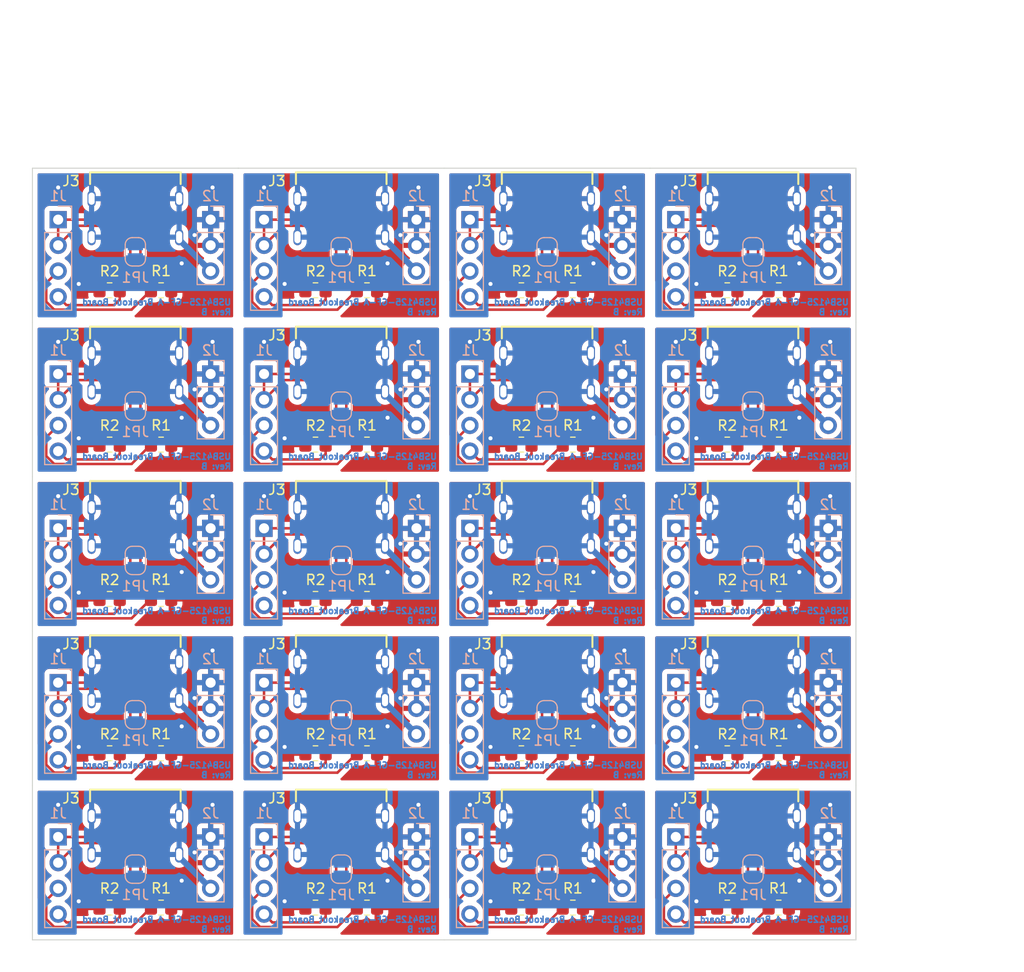
<source format=kicad_pcb>
(kicad_pcb (version 20221018) (generator pcbnew)
  (title_block (title "USB4125-GF-A Breakout Board") (date "2023-03-07") (rev "B") (company "ElektroNik Zoller") (comment 1 "Nikolai Zoller") (comment 4 "CERN-OHL-P"))
  (layers (0 "F.Cu" signal) (31 "B.Cu" signal) (34 "B.Paste" user) (35 "F.Paste" user) (36 "B.SilkS" user "B.Silkscreen") (37 "F.SilkS" user "F.Silkscreen") (38 "B.Mask" user) (39 "F.Mask" user) (44 "Edge.Cuts" user))
  (net 0 "")
  (net 1 "Board_0-/CC1")
  (net 2 "Board_0-/CC2")
  (net 3 "Board_0-/SHIELD")
  (net 4 "Board_0-/VBUS")
  (net 5 "Board_0-GND")
  (net 6 "Board_1-/CC1")
  (net 7 "Board_1-/CC2")
  (net 8 "Board_1-/SHIELD")
  (net 9 "Board_1-/VBUS")
  (net 10 "Board_1-GND")
  (net 11 "Board_2-/CC1")
  (net 12 "Board_2-/CC2")
  (net 13 "Board_2-/SHIELD")
  (net 14 "Board_2-/VBUS")
  (net 15 "Board_2-GND")
  (net 16 "Board_3-/CC1")
  (net 17 "Board_3-/CC2")
  (net 18 "Board_3-/SHIELD")
  (net 19 "Board_3-/VBUS")
  (net 20 "Board_3-GND")
  (net 21 "Board_4-/CC1")
  (net 22 "Board_4-/CC2")
  (net 23 "Board_4-/SHIELD")
  (net 24 "Board_4-/VBUS")
  (net 25 "Board_4-GND")
  (net 26 "Board_5-/CC1")
  (net 27 "Board_5-/CC2")
  (net 28 "Board_5-/SHIELD")
  (net 29 "Board_5-/VBUS")
  (net 30 "Board_5-GND")
  (net 31 "Board_6-/CC1")
  (net 32 "Board_6-/CC2")
  (net 33 "Board_6-/SHIELD")
  (net 34 "Board_6-/VBUS")
  (net 35 "Board_6-GND")
  (net 36 "Board_7-/CC1")
  (net 37 "Board_7-/CC2")
  (net 38 "Board_7-/SHIELD")
  (net 39 "Board_7-/VBUS")
  (net 40 "Board_7-GND")
  (net 41 "Board_8-/CC1")
  (net 42 "Board_8-/CC2")
  (net 43 "Board_8-/SHIELD")
  (net 44 "Board_8-/VBUS")
  (net 45 "Board_8-GND")
  (net 46 "Board_9-/CC1")
  (net 47 "Board_9-/CC2")
  (net 48 "Board_9-/SHIELD")
  (net 49 "Board_9-/VBUS")
  (net 50 "Board_9-GND")
  (net 51 "Board_10-/CC1")
  (net 52 "Board_10-/CC2")
  (net 53 "Board_10-/SHIELD")
  (net 54 "Board_10-/VBUS")
  (net 55 "Board_10-GND")
  (net 56 "Board_11-/CC1")
  (net 57 "Board_11-/CC2")
  (net 58 "Board_11-/SHIELD")
  (net 59 "Board_11-/VBUS")
  (net 60 "Board_11-GND")
  (net 61 "Board_12-/CC1")
  (net 62 "Board_12-/CC2")
  (net 63 "Board_12-/SHIELD")
  (net 64 "Board_12-/VBUS")
  (net 65 "Board_12-GND")
  (net 66 "Board_13-/CC1")
  (net 67 "Board_13-/CC2")
  (net 68 "Board_13-/SHIELD")
  (net 69 "Board_13-/VBUS")
  (net 70 "Board_13-GND")
  (net 71 "Board_14-/CC1")
  (net 72 "Board_14-/CC2")
  (net 73 "Board_14-/SHIELD")
  (net 74 "Board_14-/VBUS")
  (net 75 "Board_14-GND")
  (net 76 "Board_15-/CC1")
  (net 77 "Board_15-/CC2")
  (net 78 "Board_15-/SHIELD")
  (net 79 "Board_15-/VBUS")
  (net 80 "Board_15-GND")
  (net 81 "Board_16-/CC1")
  (net 82 "Board_16-/CC2")
  (net 83 "Board_16-/SHIELD")
  (net 84 "Board_16-/VBUS")
  (net 85 "Board_16-GND")
  (net 86 "Board_17-/CC1")
  (net 87 "Board_17-/CC2")
  (net 88 "Board_17-/SHIELD")
  (net 89 "Board_17-/VBUS")
  (net 90 "Board_17-GND")
  (net 91 "Board_18-/CC1")
  (net 92 "Board_18-/CC2")
  (net 93 "Board_18-/SHIELD")
  (net 94 "Board_18-/VBUS")
  (net 95 "Board_18-GND")
  (net 96 "Board_19-/CC1")
  (net 97 "Board_19-/CC2")
  (net 98 "Board_19-/SHIELD")
  (net 99 "Board_19-/VBUS")
  (net 100 "Board_19-GND")
  (footprint "Resistor_SMD:R_0805_2012Metric_Pad1.20x1.40mm_HandSolder" (layer "F.Cu") (at 176.44 92.535 180)
    (fp_text reference "R2")
    (fp_text value "5.1k")
  )
  (footprint "Resistor_SMD:R_0805_2012Metric_Pad1.20x1.40mm_HandSolder" (layer "F.Cu") (at 140.88 92.535)
    (fp_text reference "R1")
    (fp_text value "5.1k")
  )
  (footprint "Resistor_SMD:R_0805_2012Metric_Pad1.20x1.40mm_HandSolder" (layer "F.Cu") (at 120.56 62.055)
    (fp_text reference "R1")
    (fp_text value "5.1k")
  )
  (footprint "Resistor_SMD:R_0805_2012Metric_Pad1.20x1.40mm_HandSolder" (layer "F.Cu") (at 176.44 107.775 180)
    (fp_text reference "R2")
    (fp_text value "5.1k")
  )
  (footprint "Resistor_SMD:R_0805_2012Metric_Pad1.20x1.40mm_HandSolder" (layer "F.Cu") (at 135.8 62.055 180)
    (fp_text reference "R2")
    (fp_text value "5.1k")
  )
  (footprint "connectors:GCT_USB4125-GF-A" (layer "F.Cu") (at 138.34 69.05 180)
    (fp_text reference "J3")
    (fp_text value "USB4125-GF-A")
  )
  (footprint "Resistor_SMD:R_0805_2012Metric_Pad1.20x1.40mm_HandSolder" (layer "F.Cu") (at 115.48 123.015 180)
    (fp_text reference "R2")
    (fp_text value "5.1k")
  )
  (footprint "Resistor_SMD:R_0805_2012Metric_Pad1.20x1.40mm_HandSolder" (layer "F.Cu") (at 115.48 107.775 180)
    (fp_text reference "R2")
    (fp_text value "5.1k")
  )
  (footprint "Resistor_SMD:R_0805_2012Metric_Pad1.20x1.40mm_HandSolder" (layer "F.Cu") (at 120.56 92.535)
    (fp_text reference "R1")
    (fp_text value "5.1k")
  )
  (footprint "Resistor_SMD:R_0805_2012Metric_Pad1.20x1.40mm_HandSolder" (layer "F.Cu") (at 156.12 107.775 180)
    (fp_text reference "R2")
    (fp_text value "5.1k")
  )
  (footprint "Resistor_SMD:R_0805_2012Metric_Pad1.20x1.40mm_HandSolder" (layer "F.Cu") (at 135.8 92.535 180)
    (fp_text reference "R2")
    (fp_text value "5.1k")
  )
  (footprint "connectors:GCT_USB4125-GF-A" (layer "F.Cu") (at 178.98 53.81 180)
    (fp_text reference "J3")
    (fp_text value "USB4125-GF-A")
  )
  (footprint "Resistor_SMD:R_0805_2012Metric_Pad1.20x1.40mm_HandSolder" (layer "F.Cu") (at 115.48 62.055 180)
    (fp_text reference "R2")
    (fp_text value "5.1k")
  )
  (footprint "Resistor_SMD:R_0805_2012Metric_Pad1.20x1.40mm_HandSolder" (layer "F.Cu") (at 176.44 62.055 180)
    (fp_text reference "R2")
    (fp_text value "5.1k")
  )
  (footprint "connectors:GCT_USB4125-GF-A" (layer "F.Cu") (at 178.98 69.05 180)
    (fp_text reference "J3")
    (fp_text value "USB4125-GF-A")
  )
  (footprint "Resistor_SMD:R_0805_2012Metric_Pad1.20x1.40mm_HandSolder" (layer "F.Cu") (at 161.2 92.535)
    (fp_text reference "R1")
    (fp_text value "5.1k")
  )
  (footprint "Resistor_SMD:R_0805_2012Metric_Pad1.20x1.40mm_HandSolder" (layer "F.Cu") (at 176.44 77.295 180)
    (fp_text reference "R2")
    (fp_text value "5.1k")
  )
  (footprint "Resistor_SMD:R_0805_2012Metric_Pad1.20x1.40mm_HandSolder" (layer "F.Cu") (at 135.8 77.295 180)
    (fp_text reference "R2")
    (fp_text value "5.1k")
  )
  (footprint "connectors:GCT_USB4125-GF-A" (layer "F.Cu") (at 138.34 114.77 180)
    (fp_text reference "J3")
    (fp_text value "USB4125-GF-A")
  )
  (footprint "connectors:GCT_USB4125-GF-A" (layer "F.Cu") (at 178.98 114.77 180)
    (fp_text reference "J3")
    (fp_text value "USB4125-GF-A")
  )
  (footprint "connectors:GCT_USB4125-GF-A" (layer "F.Cu") (at 158.66 99.53 180)
    (fp_text reference "J3")
    (fp_text value "USB4125-GF-A")
  )
  (footprint "connectors:GCT_USB4125-GF-A" (layer "F.Cu") (at 158.66 53.81 180)
    (fp_text reference "J3")
    (fp_text value "USB4125-GF-A")
  )
  (footprint "connectors:GCT_USB4125-GF-A" (layer "F.Cu") (at 118.02 114.77 180)
    (fp_text reference "J3")
    (fp_text value "USB4125-GF-A")
  )
  (footprint "connectors:GCT_USB4125-GF-A" (layer "F.Cu") (at 138.34 84.29 180)
    (fp_text reference "J3")
    (fp_text value "USB4125-GF-A")
  )
  (footprint "connectors:GCT_USB4125-GF-A" (layer "F.Cu") (at 118.02 99.53 180)
    (fp_text reference "J3")
    (fp_text value "USB4125-GF-A")
  )
  (footprint "Resistor_SMD:R_0805_2012Metric_Pad1.20x1.40mm_HandSolder" (layer "F.Cu") (at 156.12 62.055 180)
    (fp_text reference "R2")
    (fp_text value "5.1k")
  )
  (footprint "Resistor_SMD:R_0805_2012Metric_Pad1.20x1.40mm_HandSolder" (layer "F.Cu") (at 140.88 62.055)
    (fp_text reference "R1")
    (fp_text value "5.1k")
  )
  (footprint "connectors:GCT_USB4125-GF-A" (layer "F.Cu") (at 138.34 53.81 180)
    (fp_text reference "J3")
    (fp_text value "USB4125-GF-A")
  )
  (footprint "Resistor_SMD:R_0805_2012Metric_Pad1.20x1.40mm_HandSolder" (layer "F.Cu") (at 181.52 77.295)
    (fp_text reference "R1")
    (fp_text value "5.1k")
  )
  (footprint "connectors:GCT_USB4125-GF-A" (layer "F.Cu") (at 158.66 84.29 180)
    (fp_text reference "J3")
    (fp_text value "USB4125-GF-A")
  )
  (footprint "connectors:GCT_USB4125-GF-A" (layer "F.Cu") (at 158.66 114.77 180)
    (fp_text reference "J3")
    (fp_text value "USB4125-GF-A")
  )
  (footprint "connectors:GCT_USB4125-GF-A" (layer "F.Cu") (at 158.66 69.05 180)
    (fp_text reference "J3")
    (fp_text value "USB4125-GF-A")
  )
  (footprint "connectors:GCT_USB4125-GF-A" (layer "F.Cu") (at 118.02 69.05 180)
    (fp_text reference "J3")
    (fp_text value "USB4125-GF-A")
  )
  (footprint "Resistor_SMD:R_0805_2012Metric_Pad1.20x1.40mm_HandSolder" (layer "F.Cu") (at 161.2 123.015)
    (fp_text reference "R1")
    (fp_text value "5.1k")
  )
  (footprint "Resistor_SMD:R_0805_2012Metric_Pad1.20x1.40mm_HandSolder" (layer "F.Cu") (at 135.8 123.015 180)
    (fp_text reference "R2")
    (fp_text value "5.1k")
  )
  (footprint "Resistor_SMD:R_0805_2012Metric_Pad1.20x1.40mm_HandSolder" (layer "F.Cu") (at 115.48 77.295 180)
    (fp_text reference "R2")
    (fp_text value "5.1k")
  )
  (footprint "Resistor_SMD:R_0805_2012Metric_Pad1.20x1.40mm_HandSolder" (layer "F.Cu") (at 120.56 123.015)
    (fp_text reference "R1")
    (fp_text value "5.1k")
  )
  (footprint "connectors:GCT_USB4125-GF-A" (layer "F.Cu") (at 138.34 99.53 180)
    (fp_text reference "J3")
    (fp_text value "USB4125-GF-A")
  )
  (footprint "Resistor_SMD:R_0805_2012Metric_Pad1.20x1.40mm_HandSolder" (layer "F.Cu") (at 135.8 107.775 180)
    (fp_text reference "R2")
    (fp_text value "5.1k")
  )
  (footprint "Resistor_SMD:R_0805_2012Metric_Pad1.20x1.40mm_HandSolder" (layer "F.Cu") (at 181.52 92.535)
    (fp_text reference "R1")
    (fp_text value "5.1k")
  )
  (footprint "Resistor_SMD:R_0805_2012Metric_Pad1.20x1.40mm_HandSolder" (layer "F.Cu") (at 140.88 107.775)
    (fp_text reference "R1")
    (fp_text value "5.1k")
  )
  (footprint "Resistor_SMD:R_0805_2012Metric_Pad1.20x1.40mm_HandSolder" (layer "F.Cu") (at 156.12 77.295 180)
    (fp_text reference "R2")
    (fp_text value "5.1k")
  )
  (footprint "Resistor_SMD:R_0805_2012Metric_Pad1.20x1.40mm_HandSolder" (layer "F.Cu") (at 120.56 77.295)
    (fp_text reference "R1")
    (fp_text value "5.1k")
  )
  (footprint "Resistor_SMD:R_0805_2012Metric_Pad1.20x1.40mm_HandSolder" (layer "F.Cu") (at 161.2 77.295)
    (fp_text reference "R1")
    (fp_text value "5.1k")
  )
  (footprint "Resistor_SMD:R_0805_2012Metric_Pad1.20x1.40mm_HandSolder" (layer "F.Cu") (at 156.12 123.015 180)
    (fp_text reference "R2")
    (fp_text value "5.1k")
  )
  (footprint "Resistor_SMD:R_0805_2012Metric_Pad1.20x1.40mm_HandSolder" (layer "F.Cu") (at 140.88 77.295)
    (fp_text reference "R1")
    (fp_text value "5.1k")
  )
  (footprint "Resistor_SMD:R_0805_2012Metric_Pad1.20x1.40mm_HandSolder" (layer "F.Cu") (at 181.52 62.055)
    (fp_text reference "R1")
    (fp_text value "5.1k")
  )
  (footprint "Resistor_SMD:R_0805_2012Metric_Pad1.20x1.40mm_HandSolder" (layer "F.Cu") (at 176.44 123.015 180)
    (fp_text reference "R2")
    (fp_text value "5.1k")
  )
  (footprint "connectors:GCT_USB4125-GF-A" (layer "F.Cu") (at 178.98 99.53 180)
    (fp_text reference "J3")
    (fp_text value "USB4125-GF-A")
  )
  (footprint "connectors:GCT_USB4125-GF-A" (layer "F.Cu") (at 118.02 84.29 180)
    (fp_text reference "J3")
    (fp_text value "USB4125-GF-A")
  )
  (footprint "Resistor_SMD:R_0805_2012Metric_Pad1.20x1.40mm_HandSolder" (layer "F.Cu") (at 156.12 92.535 180)
    (fp_text reference "R2")
    (fp_text value "5.1k")
  )
  (footprint "Resistor_SMD:R_0805_2012Metric_Pad1.20x1.40mm_HandSolder" (layer "F.Cu") (at 161.2 62.055)
    (fp_text reference "R1")
    (fp_text value "5.1k")
  )
  (footprint "Resistor_SMD:R_0805_2012Metric_Pad1.20x1.40mm_HandSolder" (layer "F.Cu") (at 161.2 107.775)
    (fp_text reference "R1")
    (fp_text value "5.1k")
  )
  (footprint "Resistor_SMD:R_0805_2012Metric_Pad1.20x1.40mm_HandSolder" (layer "F.Cu") (at 120.56 107.775)
    (fp_text reference "R1")
    (fp_text value "5.1k")
  )
  (footprint "Resistor_SMD:R_0805_2012Metric_Pad1.20x1.40mm_HandSolder" (layer "F.Cu") (at 181.52 107.775)
    (fp_text reference "R1")
    (fp_text value "5.1k")
  )
  (footprint "connectors:GCT_USB4125-GF-A" (layer "F.Cu") (at 178.98 84.29 180)
    (fp_text reference "J3")
    (fp_text value "USB4125-GF-A")
  )
  (footprint "connectors:GCT_USB4125-GF-A" (layer "F.Cu") (at 118.02 53.81 180)
    (fp_text reference "J3")
    (fp_text value "USB4125-GF-A")
  )
  (footprint "Resistor_SMD:R_0805_2012Metric_Pad1.20x1.40mm_HandSolder" (layer "F.Cu") (at 181.52 123.015)
    (fp_text reference "R1")
    (fp_text value "5.1k")
  )
  (footprint "Resistor_SMD:R_0805_2012Metric_Pad1.20x1.40mm_HandSolder" (layer "F.Cu") (at 140.88 123.015)
    (fp_text reference "R1")
    (fp_text value "5.1k")
  )
  (footprint "Resistor_SMD:R_0805_2012Metric_Pad1.20x1.40mm_HandSolder" (layer "F.Cu") (at 115.48 92.535 180)
    (fp_text reference "R2")
    (fp_text value "5.1k")
  )
  (footprint "Jumper:SolderJumper-2_P1.3mm_Open_RoundedPad1.0x1.5mm" (layer "B.Cu") (at 158.66 88.735 90)
    (fp_text reference "JP1")
    (fp_text value "SolderJumper_2_Open")
  )
  (footprint "Connector_PinHeader_2.54mm:PinHeader_1x03_P2.54mm_Vertical" (layer "B.Cu") (at 125.4475 70.32 180)
    (fp_text reference "J2")
    (fp_text value "Conn_01x03_Male")
  )
  (footprint "drawings:elektronik-emblem_3x3.5_solder" (layer "B.Cu") (at 158.66 114.516 180)
    (fp_text reference "G***" hide)
    (fp_text value "LOGO" hide)
  )
  (footprint "Connector_PinHeader_2.54mm:PinHeader_1x04_P2.54mm_Vertical" (layer "B.Cu") (at 110.4 116.04 180)
    (fp_text reference "J1")
    (fp_text value "Conn_01x04_Male")
  )
  (footprint "drawings:elektronik-emblem_3x3.5_solder" (layer "B.Cu") (at 158.66 53.556 180)
    (fp_text reference "G***" hide)
    (fp_text value "LOGO" hide)
  )
  (footprint "Connector_PinHeader_2.54mm:PinHeader_1x04_P2.54mm_Vertical" (layer "B.Cu") (at 151.04 70.32 180)
    (fp_text reference "J1")
    (fp_text value "Conn_01x04_Male")
  )
  (footprint "Jumper:SolderJumper-2_P1.3mm_Open_RoundedPad1.0x1.5mm" (layer "B.Cu") (at 118.02 119.215 90)
    (fp_text reference "JP1")
    (fp_text value "SolderJumper_2_Open")
  )
  (footprint "Connector_PinHeader_2.54mm:PinHeader_1x03_P2.54mm_Vertical" (layer "B.Cu") (at 186.4075 116.04 180)
    (fp_text reference "J2")
    (fp_text value "Conn_01x03_Male")
  )
  (footprint "Jumper:SolderJumper-2_P1.3mm_Open_RoundedPad1.0x1.5mm" (layer "B.Cu") (at 118.02 73.495 90)
    (fp_text reference "JP1")
    (fp_text value "SolderJumper_2_Open")
  )
  (footprint "drawings:elektronik-emblem_3x3.5_solder" (layer "B.Cu") (at 118.02 114.516 180)
    (fp_text reference "G***" hide)
    (fp_text value "LOGO" hide)
  )
  (footprint "Connector_PinHeader_2.54mm:PinHeader_1x04_P2.54mm_Vertical" (layer "B.Cu") (at 171.36 85.56 180)
    (fp_text reference "J1")
    (fp_text value "Conn_01x04_Male")
  )
  (footprint "drawings:elektronik-emblem_3x3.5_solder" (layer "B.Cu") (at 118.02 84.036 180)
    (fp_text reference "G***" hide)
    (fp_text value "LOGO" hide)
  )
  (footprint "Jumper:SolderJumper-2_P1.3mm_Open_RoundedPad1.0x1.5mm" (layer "B.Cu") (at 178.98 119.215 90)
    (fp_text reference "JP1")
    (fp_text value "SolderJumper_2_Open")
  )
  (footprint "Connector_PinHeader_2.54mm:PinHeader_1x03_P2.54mm_Vertical" (layer "B.Cu") (at 166.0875 85.56 180)
    (fp_text reference "J2")
    (fp_text value "Conn_01x03_Male")
  )
  (footprint "Connector_PinHeader_2.54mm:PinHeader_1x03_P2.54mm_Vertical" (layer "B.Cu") (at 125.4475 85.56 180)
    (fp_text reference "J2")
    (fp_text value "Conn_01x03_Male")
  )
  (footprint "Connector_PinHeader_2.54mm:PinHeader_1x03_P2.54mm_Vertical" (layer "B.Cu") (at 145.7675 116.04 180)
    (fp_text reference "J2")
    (fp_text value "Conn_01x03_Male")
  )
  (footprint "Connector_PinHeader_2.54mm:PinHeader_1x04_P2.54mm_Vertical" (layer "B.Cu") (at 171.36 70.32 180)
    (fp_text reference "J1")
    (fp_text value "Conn_01x04_Male")
  )
  (footprint "Connector_PinHeader_2.54mm:PinHeader_1x04_P2.54mm_Vertical" (layer "B.Cu") (at 130.72 55.08 180)
    (fp_text reference "J1")
    (fp_text value "Conn_01x04_Male")
  )
  (footprint "Connector_PinHeader_2.54mm:PinHeader_1x04_P2.54mm_Vertical" (layer "B.Cu") (at 171.36 116.04 180)
    (fp_text reference "J1")
    (fp_text value "Conn_01x04_Male")
  )
  (footprint "Jumper:SolderJumper-2_P1.3mm_Open_RoundedPad1.0x1.5mm" (layer "B.Cu") (at 178.98 58.255 90)
    (fp_text reference "JP1")
    (fp_text value "SolderJumper_2_Open")
  )
  (footprint "Jumper:SolderJumper-2_P1.3mm_Open_RoundedPad1.0x1.5mm" (layer "B.Cu") (at 138.34 58.255 90)
    (fp_text reference "JP1")
    (fp_text value "SolderJumper_2_Open")
  )
  (footprint "Connector_PinHeader_2.54mm:PinHeader_1x04_P2.54mm_Vertical" (layer "B.Cu") (at 151.04 116.04 180)
    (fp_text reference "J1")
    (fp_text value "Conn_01x04_Male")
  )
  (footprint "drawings:elektronik-emblem_3x3.5_solder" (layer "B.Cu") (at 118.02 99.276 180)
    (fp_text reference "G***" hide)
    (fp_text value "LOGO" hide)
  )
  (footprint "Jumper:SolderJumper-2_P1.3mm_Open_RoundedPad1.0x1.5mm" (layer "B.Cu") (at 138.34 88.735 90)
    (fp_text reference "JP1")
    (fp_text value "SolderJumper_2_Open")
  )
  (footprint "Jumper:SolderJumper-2_P1.3mm_Open_RoundedPad1.0x1.5mm" (layer "B.Cu") (at 118.02 103.975 90)
    (fp_text reference "JP1")
    (fp_text value "SolderJumper_2_Open")
  )
  (footprint "drawings:elektronik-emblem_3x3.5_solder" (layer "B.Cu") (at 178.98 53.556 180)
    (fp_text reference "G***" hide)
    (fp_text value "LOGO" hide)
  )
  (footprint "Jumper:SolderJumper-2_P1.3mm_Open_RoundedPad1.0x1.5mm" (layer "B.Cu") (at 178.98 103.975 90)
    (fp_text reference "JP1")
    (fp_text value "SolderJumper_2_Open")
  )
  (footprint "Connector_PinHeader_2.54mm:PinHeader_1x04_P2.54mm_Vertical" (layer "B.Cu") (at 171.36 55.08 180)
    (fp_text reference "J1")
    (fp_text value "Conn_01x04_Male")
  )
  (footprint "drawings:elektronik-emblem_3x3.5_solder" (layer "B.Cu") (at 178.98 99.276 180)
    (fp_text reference "G***" hide)
    (fp_text value "LOGO" hide)
  )
  (footprint "Connector_PinHeader_2.54mm:PinHeader_1x03_P2.54mm_Vertical" (layer "B.Cu") (at 166.0875 116.04 180)
    (fp_text reference "J2")
    (fp_text value "Conn_01x03_Male")
  )
  (footprint "drawings:elektronik-emblem_3x3.5_solder" (layer "B.Cu") (at 138.34 114.516 180)
    (fp_text reference "G***" hide)
    (fp_text value "LOGO" hide)
  )
  (footprint "Connector_PinHeader_2.54mm:PinHeader_1x04_P2.54mm_Vertical" (layer "B.Cu") (at 110.4 55.08 180)
    (fp_text reference "J1")
    (fp_text value "Conn_01x04_Male")
  )
  (footprint "Jumper:SolderJumper-2_P1.3mm_Open_RoundedPad1.0x1.5mm" (layer "B.Cu") (at 138.34 119.215 90)
    (fp_text reference "JP1")
    (fp_text value "SolderJumper_2_Open")
  )
  (footprint "drawings:elektronik-emblem_3x3.5_solder" (layer "B.Cu") (at 138.34 99.276 180)
    (fp_text reference "G***" hide)
    (fp_text value "LOGO" hide)
  )
  (footprint "drawings:elektronik-emblem_3x3.5_solder" (layer "B.Cu") (at 138.34 84.036 180)
    (fp_text reference "G***" hide)
    (fp_text value "LOGO" hide)
  )
  (footprint "Connector_PinHeader_2.54mm:PinHeader_1x03_P2.54mm_Vertical" (layer "B.Cu") (at 145.7675 85.56 180)
    (fp_text reference "J2")
    (fp_text value "Conn_01x03_Male")
  )
  (footprint "Connector_PinHeader_2.54mm:PinHeader_1x04_P2.54mm_Vertical" (layer "B.Cu") (at 130.72 116.04 180)
    (fp_text reference "J1")
    (fp_text value "Conn_01x04_Male")
  )
  (footprint "drawings:elektronik-emblem_3x3.5_solder" (layer "B.Cu") (at 138.34 68.796 180)
    (fp_text reference "G***" hide)
    (fp_text value "LOGO" hide)
  )
  (footprint "Connector_PinHeader_2.54mm:PinHeader_1x03_P2.54mm_Vertical" (layer "B.Cu") (at 125.4475 55.08 180)
    (fp_text reference "J2")
    (fp_text value "Conn_01x03_Male")
  )
  (footprint "drawings:elektronik-emblem_3x3.5_solder" (layer "B.Cu") (at 118.02 53.556 180)
    (fp_text reference "G***" hide)
    (fp_text value "LOGO" hide)
  )
  (footprint "Jumper:SolderJumper-2_P1.3mm_Open_RoundedPad1.0x1.5mm" (layer "B.Cu") (at 118.02 58.255 90)
    (fp_text reference "JP1")
    (fp_text value "SolderJumper_2_Open")
  )
  (footprint "Jumper:SolderJumper-2_P1.3mm_Open_RoundedPad1.0x1.5mm" (layer "B.Cu") (at 158.66 119.215 90)
    (fp_text reference "JP1")
    (fp_text value "SolderJumper_2_Open")
  )
  (footprint "Jumper:SolderJumper-2_P1.3mm_Open_RoundedPad1.0x1.5mm" (layer "B.Cu") (at 158.66 103.975 90)
    (fp_text reference "JP1")
    (fp_text value "SolderJumper_2_Open")
  )
  (footprint "Connector_PinHeader_2.54mm:PinHeader_1x04_P2.54mm_Vertical" (layer "B.Cu") (at 110.4 70.32 180)
    (fp_text reference "J1")
    (fp_text value "Conn_01x04_Male")
  )
  (footprint "drawings:elektronik-emblem_3x3.5_solder" (layer "B.Cu") (at 178.98 84.036 180)
    (fp_text reference "G***" hide)
    (fp_text value "LOGO" hide)
  )
  (footprint "Connector_PinHeader_2.54mm:PinHeader_1x04_P2.54mm_Vertical" (layer "B.Cu") (at 151.04 85.56 180)
    (fp_text reference "J1")
    (fp_text value "Conn_01x04_Male")
  )
  (footprint "Connector_PinHeader_2.54mm:PinHeader_1x04_P2.54mm_Vertical" (layer "B.Cu") (at 130.72 100.8 180)
    (fp_text reference "J1")
    (fp_text value "Conn_01x04_Male")
  )
  (footprint "Connector_PinHeader_2.54mm:PinHeader_1x03_P2.54mm_Vertical" (layer "B.Cu") (at 186.4075 100.8 180)
    (fp_text reference "J2")
    (fp_text value "Conn_01x03_Male")
  )
  (footprint "drawings:elektronik-emblem_3x3.5_solder" (layer "B.Cu") (at 158.66 84.036 180)
    (fp_text reference "G***" hide)
    (fp_text value "LOGO" hide)
  )
  (footprint "drawings:elektronik-emblem_3x3.5_solder" (layer "B.Cu") (at 118.02 68.796 180)
    (fp_text reference "G***" hide)
    (fp_text value "LOGO" hide)
  )
  (footprint "Connector_PinHeader_2.54mm:PinHeader_1x03_P2.54mm_Vertical" (layer "B.Cu") (at 145.7675 55.08 180)
    (fp_text reference "J2")
    (fp_text value "Conn_01x03_Male")
  )
  (footprint "Jumper:SolderJumper-2_P1.3mm_Open_RoundedPad1.0x1.5mm" (layer "B.Cu") (at 138.34 73.495 90)
    (fp_text reference "JP1")
    (fp_text value "SolderJumper_2_Open")
  )
  (footprint "Jumper:SolderJumper-2_P1.3mm_Open_RoundedPad1.0x1.5mm" (layer "B.Cu") (at 158.66 58.255 90)
    (fp_text reference "JP1")
    (fp_text value "SolderJumper_2_Open")
  )
  (footprint "Connector_PinHeader_2.54mm:PinHeader_1x03_P2.54mm_Vertical" (layer "B.Cu") (at 186.4075 55.08 180)
    (fp_text reference "J2")
    (fp_text value "Conn_01x03_Male")
  )
  (footprint "Connector_PinHeader_2.54mm:PinHeader_1x03_P2.54mm_Vertical" (layer "B.Cu") (at 125.4475 100.8 180)
    (fp_text reference "J2")
    (fp_text value "Conn_01x03_Male")
  )
  (footprint "Connector_PinHeader_2.54mm:PinHeader_1x04_P2.54mm_Vertical" (layer "B.Cu") (at 151.04 100.8 180)
    (fp_text reference "J1")
    (fp_text value "Conn_01x04_Male")
  )
  (footprint "drawings:elektronik-emblem_3x3.5_solder" (layer "B.Cu") (at 158.66 68.796 180)
    (fp_text reference "G***" hide)
    (fp_text value "LOGO" hide)
  )
  (footprint "Connector_PinHeader_2.54mm:PinHeader_1x03_P2.54mm_Vertical" (layer "B.Cu") (at 166.0875 70.32 180)
    (fp_text reference "J2")
    (fp_text value "Conn_01x03_Male")
  )
  (footprint "Connector_PinHeader_2.54mm:PinHeader_1x03_P2.54mm_Vertical" (layer "B.Cu") (at 125.4475 116.04 180)
    (fp_text reference "J2")
    (fp_text value "Conn_01x03_Male")
  )
  (footprint "drawings:elektronik-emblem_3x3.5_solder" (layer "B.Cu") (at 138.34 53.556 180)
    (fp_text reference "G***" hide)
    (fp_text value "LOGO" hide)
  )
  (footprint "Jumper:SolderJumper-2_P1.3mm_Open_RoundedPad1.0x1.5mm" (layer "B.Cu") (at 118.02 88.735 90)
    (fp_text reference "JP1")
    (fp_text value "SolderJumper_2_Open")
  )
  (footprint "Connector_PinHeader_2.54mm:PinHeader_1x03_P2.54mm_Vertical" (layer "B.Cu") (at 166.0875 100.8 180)
    (fp_text reference "J2")
    (fp_text value "Conn_01x03_Male")
  )
  (footprint "Connector_PinHeader_2.54mm:PinHeader_1x03_P2.54mm_Vertical" (layer "B.Cu") (at 186.4075 70.32 180)
    (fp_text reference "J2")
    (fp_text value "Conn_01x03_Male")
  )
  (footprint "Connector_PinHeader_2.54mm:PinHeader_1x03_P2.54mm_Vertical" (layer "B.Cu") (at 145.7675 70.32 180)
    (fp_text reference "J2")
    (fp_text value "Conn_01x03_Male")
  )
  (footprint "drawings:elektronik-emblem_3x3.5_solder" (layer "B.Cu") (at 178.98 68.796 180)
    (fp_text reference "G***" hide)
    (fp_text value "LOGO" hide)
  )
  (footprint "Connector_PinHeader_2.54mm:PinHeader_1x04_P2.54mm_Vertical" (layer "B.Cu") (at 171.36 100.8 180)
    (fp_text reference "J1")
    (fp_text value "Conn_01x04_Male")
  )
  (footprint "Connector_PinHeader_2.54mm:PinHeader_1x04_P2.54mm_Vertical" (layer "B.Cu") (at 110.4 85.56 180)
    (fp_text reference "J1")
    (fp_text value "Conn_01x04_Male")
  )
  (footprint "drawings:elektronik-emblem_3x3.5_solder" (layer "B.Cu") (at 178.98 114.516 180)
    (fp_text reference "G***" hide)
    (fp_text value "LOGO" hide)
  )
  (footprint "Jumper:SolderJumper-2_P1.3mm_Open_RoundedPad1.0x1.5mm" (layer "B.Cu") (at 178.98 88.735 90)
    (fp_text reference "JP1")
    (fp_text value "SolderJumper_2_Open")
  )
  (footprint "Jumper:SolderJumper-2_P1.3mm_Open_RoundedPad1.0x1.5mm" (layer "B.Cu") (at 158.66 73.495 90)
    (fp_text reference "JP1")
    (fp_text value "SolderJumper_2_Open")
  )
  (footprint "Jumper:SolderJumper-2_P1.3mm_Open_RoundedPad1.0x1.5mm" (layer "B.Cu") (at 138.34 103.975 90)
    (fp_text reference "JP1")
    (fp_text value "SolderJumper_2_Open")
  )
  (footprint "Connector_PinHeader_2.54mm:PinHeader_1x03_P2.54mm_Vertical" (layer "B.Cu") (at 145.7675 100.8 180)
    (fp_text reference "J2")
    (fp_text value "Conn_01x03_Male")
  )
  (footprint "Jumper:SolderJumper-2_P1.3mm_Open_RoundedPad1.0x1.5mm" (layer "B.Cu") (at 178.98 73.495 90)
    (fp_text reference "JP1")
    (fp_text value "SolderJumper_2_Open")
  )
  (footprint "Connector_PinHeader_2.54mm:PinHeader_1x04_P2.54mm_Vertical" (layer "B.Cu") (at 151.04 55.08 180)
    (fp_text reference "J1")
    (fp_text value "Conn_01x04_Male")
  )
  (footprint "Connector_PinHeader_2.54mm:PinHeader_1x03_P2.54mm_Vertical" (layer "B.Cu") (at 186.4075 85.56 180)
    (fp_text reference "J2")
    (fp_text value "Conn_01x03_Male")
  )
  (footprint "Connector_PinHeader_2.54mm:PinHeader_1x03_P2.54mm_Vertical" (layer "B.Cu") (at 166.0875 55.08 180)
    (fp_text reference "J2")
    (fp_text value "Conn_01x03_Male")
  )
  (footprint "Connector_PinHeader_2.54mm:PinHeader_1x04_P2.54mm_Vertical" (layer "B.Cu") (at 110.4 100.8 180)
    (fp_text reference "J1")
    (fp_text value "Conn_01x04_Male")
  )
  (footprint "drawings:elektronik-emblem_3x3.5_solder" (layer "B.Cu") (at 158.66 99.276 180)
    (fp_text reference "G***" hide)
    (fp_text value "LOGO" hide)
  )
  (footprint "Connector_PinHeader_2.54mm:PinHeader_1x04_P2.54mm_Vertical" (layer "B.Cu") (at 130.72 70.32 180)
    (fp_text reference "J1")
    (fp_text value "Conn_01x04_Male")
  )
  (footprint "Connector_PinHeader_2.54mm:PinHeader_1x04_P2.54mm_Vertical" (layer "B.Cu") (at 130.72 85.56 180)
    (fp_text reference "J1")
    (fp_text value "Conn_01x04_Male")
  )
  (gr_line (start 148.5 126.2) (end 168.82 126.2) (stroke (width 0.1)) (layer "Edge.Cuts"))
  (gr_line (start 189.14 65.24) (end 189.14 50) (stroke (width 0.1)) (layer "Edge.Cuts"))
  (gr_line (start 189.14 95.72) (end 189.14 80.48) (stroke (width 0.1)) (layer "Edge.Cuts"))
  (gr_line (start 107.86 95.72) (end 107.86 110.96) (stroke (width 0.1)) (layer "Edge.Cuts"))
  (gr_line (start 107.86 110.96) (end 107.86 126.2) (stroke (width 0.1)) (layer "Edge.Cuts"))
  (gr_line (start 189.14 80.48) (end 189.14 65.24) (stroke (width 0.1)) (layer "Edge.Cuts"))
  (gr_line (start 107.86 65.24) (end 107.86 80.48) (stroke (width 0.1)) (layer "Edge.Cuts"))
  (gr_line (start 107.86 80.48) (end 107.86 95.72) (stroke (width 0.1)) (layer "Edge.Cuts"))
  (gr_line (start 189.14 110.96) (end 189.14 95.72) (stroke (width 0.1)) (layer "Edge.Cuts"))
  (gr_line (start 107.86 50) (end 107.86 65.24) (stroke (width 0.1)) (layer "Edge.Cuts"))
  (gr_line (start 189.14 50) (end 168.82 50) (stroke (width 0.1)) (layer "Edge.Cuts"))
  (gr_line (start 148.5 50) (end 128.18 50) (stroke (width 0.1)) (layer "Edge.Cuts"))
  (gr_line (start 168.82 50) (end 148.5 50) (stroke (width 0.1)) (layer "Edge.Cuts"))
  (gr_line (start 128.18 50) (end 128.18 50) (stroke (width 0.1)) (layer "Edge.Cuts"))
  (gr_line (start 107.86 126.2) (end 128.18 126.2) (stroke (width 0.1)) (layer "Edge.Cuts"))
  (gr_line (start 189.14 126.2) (end 189.14 110.96) (stroke (width 0.1)) (layer "Edge.Cuts"))
  (gr_line (start 128.18 50) (end 107.86 50) (stroke (width 0.1)) (layer "Edge.Cuts"))
  (gr_line (start 168.82 126.2) (end 189.14 126.2) (stroke (width 0.1)) (layer "Edge.Cuts"))
  (gr_line (start 128.18 126.2) (end 148.5 126.2) (stroke (width 0.1)) (layer "Edge.Cuts"))
  (gr_text "USB4125-GF-A Breakout Board\nRev: B" (at 127.545 94.196) (layer "B.Cu") (effects (font (size 0.6 0.6)) (justify left mirror)))
  (gr_text "USB4125-GF-A Breakout Board\nRev: B" (at 127.545 109.436) (layer "B.Cu") (effects (font (size 0.6 0.6)) (justify left mirror)))
  (gr_text "USB4125-GF-A Breakout Board\nRev: B" (at 147.865 78.956) (layer "B.Cu") (effects (font (size 0.6 0.6)) (justify left mirror)))
  (gr_text "USB4125-GF-A Breakout Board\nRev: B" (at 188.505 78.956) (layer "B.Cu") (effects (font (size 0.6 0.6)) (justify left mirror)))
  (gr_text "USB4125-GF-A Breakout Board\nRev: B" (at 127.545 63.716) (layer "B.Cu") (effects (font (size 0.6 0.6)) (justify left mirror)))
  (gr_text "USB4125-GF-A Breakout Board\nRev: B" (at 147.865 109.436) (layer "B.Cu") (effects (font (size 0.6 0.6)) (justify left mirror)))
  (gr_text "USB4125-GF-A Breakout Board\nRev: B" (at 127.545 78.956) (layer "B.Cu") (effects (font (size 0.6 0.6)) (justify left mirror)))
  (gr_text "USB4125-GF-A Breakout Board\nRev: B" (at 147.865 94.196) (layer "B.Cu") (effects (font (size 0.6 0.6)) (justify left mirror)))
  (gr_text "USB4125-GF-A Breakout Board\nRev: B" (at 188.505 124.676) (layer "B.Cu") (effects (font (size 0.6 0.6)) (justify left mirror)))
  (gr_text "USB4125-GF-A Breakout Board\nRev: B" (at 188.505 94.196) (layer "B.Cu") (effects (font (size 0.6 0.6)) (justify left mirror)))
  (gr_text "USB4125-GF-A Breakout Board\nRev: B" (at 188.505 109.436) (layer "B.Cu") (effects (font (size 0.6 0.6)) (justify left mirror)))
  (gr_text "USB4125-GF-A Breakout Board\nRev: B" (at 168.185 63.716) (layer "B.Cu") (effects (font (size 0.6 0.6)) (justify left mirror)))
  (gr_text "USB4125-GF-A Breakout Board\nRev: B" (at 127.545 124.676) (layer "B.Cu") (effects (font (size 0.6 0.6)) (justify left mirror)))
  (gr_text "USB4125-GF-A Breakout Board\nRev: B" (at 188.505 63.716) (layer "B.Cu") (effects (font (size 0.6 0.6)) (justify left mirror)))
  (gr_text "USB4125-GF-A Breakout Board\nRev: B" (at 168.185 94.196) (layer "B.Cu") (effects (font (size 0.6 0.6)) (justify left mirror)))
  (gr_text "USB4125-GF-A Breakout Board\nRev: B" (at 147.865 63.716) (layer "B.Cu") (effects (font (size 0.6 0.6)) (justify left mirror)))
  (gr_text "USB4125-GF-A Breakout Board\nRev: B" (at 147.865 124.676) (layer "B.Cu") (effects (font (size 0.6 0.6)) (justify left mirror)))
  (gr_text "USB4125-GF-A Breakout Board\nRev: B" (at 168.185 109.436) (layer "B.Cu") (effects (font (size 0.6 0.6)) (justify left mirror)))
  (gr_text "USB4125-GF-A Breakout Board\nRev: B" (at 168.185 124.676) (layer "B.Cu") (effects (font (size 0.6 0.6)) (justify left mirror)))
  (gr_text "USB4125-GF-A Breakout Board\nRev: B" (at 168.185 78.956) (layer "B.Cu") (effects (font (size 0.6 0.6)) (justify left mirror)))
  (segment (start 109.225 61.335) (end 109.225 63.186701) (width 0.25) (layer "F.Cu") (net 1))
  (segment (start 117.645 63.97) (end 119.56 62.055) (width 0.25) (layer "F.Cu") (net 1))
  (segment (start 118.52 61.015) (end 119.56 62.055) (width 0.25) (layer "F.Cu") (net 1))
  (segment (start 118.52 56.89) (end 118.52 61.015) (width 0.25) (layer "F.Cu") (net 1))
  (segment (start 110.4 60.16) (end 109.225 61.335) (width 0.25) (layer "F.Cu") (net 1))
  (segment (start 109.225 63.186701) (end 110.008299 63.97) (width 0.25) (layer "F.Cu") (net 1))
  (segment (start 110.008299 63.97) (end 117.645 63.97) (width 0.25) (layer "F.Cu") (net 1))
  (segment (start 111.22 63.52) (end 110.4 62.7) (width 0.25) (layer "F.Cu") (net 2))
  (segment (start 116.48 62.97) (end 115.93 63.52) (width 0.25) (layer "F.Cu") (net 2))
  (segment (start 116.48 62.055) (end 116.48 62.97) (width 0.25) (layer "F.Cu") (net 2))
  (segment (start 115.93 63.52) (end 111.22 63.52) (width 0.25) (layer "F.Cu") (net 2))
  (segment (start 117.52 61.015) (end 117.52 56.89) (width 0.25) (layer "F.Cu") (net 2))
  (segment (start 116.48 62.055) (end 117.52 61.015) (width 0.25) (layer "F.Cu") (net 2))
  (segment (start 122.34 56.81) (end 122.34 57.0525) (width 0.6) (layer "B.Cu") (net 3))
  (segment (start 122.34 57.0525) (end 125.4475 60.16) (width 0.6) (layer "B.Cu") (net 3))
  (segment (start 119.54 56.89) (end 119.54 56.04) (width 0.25) (layer "F.Cu") (net 4))
  (segment (start 116.5 56.89) (end 116.5 56.47) (width 0.25) (layer "F.Cu") (net 4))
  (segment (start 118.58 55.08) (end 110.4 55.08) (width 0.25) (layer "F.Cu") (net 4))
  (segment (start 119.54 56.04) (end 118.58 55.08) (width 0.25) (layer "F.Cu") (net 4))
  (segment (start 110.4 55.08) (end 110.4 57.62) (width 0.25) (layer "F.Cu") (net 4))
  (segment (start 112.335 55.685) (end 110.4 57.62) (width 0.25) (layer "F.Cu") (net 4))
  (segment (start 115.715 55.685) (end 112.335 55.685) (width 0.25) (layer "F.Cu") (net 4))
  (segment (start 116.5 56.47) (end 115.715 55.685) (width 0.25) (layer "F.Cu") (net 4))
  (via (at 123.862 56.604) (size 0.8) (drill 0.4) (layers "F.Cu" "B.Cu") (net 5))
  (via (at 112.432 61.43) (size 0.8) (drill 0.4) (layers "F.Cu" "B.Cu") (net 5))
  (via (at 122.592 59.398) (size 0.8) (drill 0.4) (layers "F.Cu" "B.Cu") (net 5))
  (via (at 110.4 51.905) (size 0.8) (drill 0.4) (layers "F.Cu" "B.Cu") (net 5))
  (via (at 125.64 51.905) (size 0.8) (drill 0.4) (layers "F.Cu" "B.Cu") (net 5))
  (segment (start 118.67 59.11538) (end 118.67 59.525) (width 0.25) (layer "B.Cu") (net 5))
  (segment (start 130.328299 63.97) (end 137.965 63.97) (width 0.25) (layer "F.Cu") (net 6))
  (segment (start 138.84 56.89) (end 138.84 61.015) (width 0.25) (layer "F.Cu") (net 6))
  (segment (start 137.965 63.97) (end 139.88 62.055) (width 0.25) (layer "F.Cu") (net 6))
  (segment (start 129.545 61.335) (end 129.545 63.186701) (width 0.25) (layer "F.Cu") (net 6))
  (segment (start 129.545 63.186701) (end 130.328299 63.97) (width 0.25) (layer "F.Cu") (net 6))
  (segment (start 138.84 61.015) (end 139.88 62.055) (width 0.25) (layer "F.Cu") (net 6))
  (segment (start 130.72 60.16) (end 129.545 61.335) (width 0.25) (layer "F.Cu") (net 6))
  (segment (start 131.54 63.52) (end 130.72 62.7) (width 0.25) (layer "F.Cu") (net 7))
  (segment (start 136.8 62.055) (end 136.8 62.97) (width 0.25) (layer "F.Cu") (net 7))
  (segment (start 136.25 63.52) (end 131.54 63.52) (width 0.25) (layer "F.Cu") (net 7))
  (segment (start 136.8 62.97) (end 136.25 63.52) (width 0.25) (layer "F.Cu") (net 7))
  (segment (start 136.8 62.055) (end 137.84 61.015) (width 0.25) (layer "F.Cu") (net 7))
  (segment (start 137.84 61.015) (end 137.84 56.89) (width 0.25) (layer "F.Cu") (net 7))
  (segment (start 142.66 56.81) (end 142.66 57.0525) (width 0.6) (layer "B.Cu") (net 8))
  (segment (start 142.66 57.0525) (end 145.7675 60.16) (width 0.6) (layer "B.Cu") (net 8))
  (segment (start 132.655 55.685) (end 130.72 57.62) (width 0.25) (layer "F.Cu") (net 9))
  (segment (start 136.82 56.89) (end 136.82 56.47) (width 0.25) (layer "F.Cu") (net 9))
  (segment (start 139.86 56.89) (end 139.86 56.04) (width 0.25) (layer "F.Cu") (net 9))
  (segment (start 136.035 55.685) (end 132.655 55.685) (width 0.25) (layer "F.Cu") (net 9))
  (segment (start 138.9 55.08) (end 130.72 55.08) (width 0.25) (layer "F.Cu") (net 9))
  (segment (start 136.82 56.47) (end 136.035 55.685) (width 0.25) (layer "F.Cu") (net 9))
  (segment (start 139.86 56.04) (end 138.9 55.08) (width 0.25) (layer "F.Cu") (net 9))
  (segment (start 130.72 55.08) (end 130.72 57.62) (width 0.25) (layer "F.Cu") (net 9))
  (via (at 145.96 51.905) (size 0.8) (drill 0.4) (layers "F.Cu" "B.Cu") (net 10))
  (via (at 130.72 51.905) (size 0.8) (drill 0.4) (layers "F.Cu" "B.Cu") (net 10))
  (via (at 144.182 56.604) (size 0.8) (drill 0.4) (layers "F.Cu" "B.Cu") (net 10))
  (via (at 142.912 59.398) (size 0.8) (drill 0.4) (layers "F.Cu" "B.Cu") (net 10))
  (via (at 132.752 61.43) (size 0.8) (drill 0.4) (layers "F.Cu" "B.Cu") (net 10))
  (segment (start 138.99 59.11538) (end 138.99 59.525) (width 0.25) (layer "B.Cu") (net 10))
  (segment (start 159.16 56.89) (end 159.16 61.015) (width 0.25) (layer "F.Cu") (net 11))
  (segment (start 159.16 61.015) (end 160.2 62.055) (width 0.25) (layer "F.Cu") (net 11))
  (segment (start 151.04 60.16) (end 149.865 61.335) (width 0.25) (layer "F.Cu") (net 11))
  (segment (start 149.865 63.186701) (end 150.648299 63.97) (width 0.25) (layer "F.Cu") (net 11))
  (segment (start 149.865 61.335) (end 149.865 63.186701) (width 0.25) (layer "F.Cu") (net 11))
  (segment (start 150.648299 63.97) (end 158.285 63.97) (width 0.25) (layer "F.Cu") (net 11))
  (segment (start 158.285 63.97) (end 160.2 62.055) (width 0.25) (layer "F.Cu") (net 11))
  (segment (start 157.12 62.055) (end 158.16 61.015) (width 0.25) (layer "F.Cu") (net 12))
  (segment (start 157.12 62.055) (end 157.12 62.97) (width 0.25) (layer "F.Cu") (net 12))
  (segment (start 157.12 62.97) (end 156.57 63.52) (width 0.25) (layer "F.Cu") (net 12))
  (segment (start 156.57 63.52) (end 151.86 63.52) (width 0.25) (layer "F.Cu") (net 12))
  (segment (start 151.86 63.52) (end 151.04 62.7) (width 0.25) (layer "F.Cu") (net 12))
  (segment (start 158.16 61.015) (end 158.16 56.89) (width 0.25) (layer "F.Cu") (net 12))
  (segment (start 162.98 56.81) (end 162.98 57.0525) (width 0.6) (layer "B.Cu") (net 13))
  (segment (start 162.98 57.0525) (end 166.0875 60.16) (width 0.6) (layer "B.Cu") (net 13))
  (segment (start 152.975 55.685) (end 151.04 57.62) (width 0.25) (layer "F.Cu") (net 14))
  (segment (start 151.04 55.08) (end 151.04 57.62) (width 0.25) (layer "F.Cu") (net 14))
  (segment (start 159.22 55.08) (end 151.04 55.08) (width 0.25) (layer "F.Cu") (net 14))
  (segment (start 157.14 56.89) (end 157.14 56.47) (width 0.25) (layer "F.Cu") (net 14))
  (segment (start 157.14 56.47) (end 156.355 55.685) (width 0.25) (layer "F.Cu") (net 14))
  (segment (start 156.355 55.685) (end 152.975 55.685) (width 0.25) (layer "F.Cu") (net 14))
  (segment (start 160.18 56.89) (end 160.18 56.04) (width 0.25) (layer "F.Cu") (net 14))
  (segment (start 160.18 56.04) (end 159.22 55.08) (width 0.25) (layer "F.Cu") (net 14))
  (via (at 166.28 51.905) (size 0.8) (drill 0.4) (layers "F.Cu" "B.Cu") (net 15))
  (via (at 151.04 51.905) (size 0.8) (drill 0.4) (layers "F.Cu" "B.Cu") (net 15))
  (via (at 163.232 59.398) (size 0.8) (drill 0.4) (layers "F.Cu" "B.Cu") (net 15))
  (via (at 153.072 61.43) (size 0.8) (drill 0.4) (layers "F.Cu" "B.Cu") (net 15))
  (via (at 164.502 56.604) (size 0.8) (drill 0.4) (layers "F.Cu" "B.Cu") (net 15))
  (segment (start 159.31 59.11538) (end 159.31 59.525) (width 0.25) (layer "B.Cu") (net 15))
  (segment (start 179.48 56.89) (end 179.48 61.015) (width 0.25) (layer "F.Cu") (net 16))
  (segment (start 178.605 63.97) (end 180.52 62.055) (width 0.25) (layer "F.Cu") (net 16))
  (segment (start 170.185 61.335) (end 170.185 63.186701) (width 0.25) (layer "F.Cu") (net 16))
  (segment (start 179.48 61.015) (end 180.52 62.055) (width 0.25) (layer "F.Cu") (net 16))
  (segment (start 170.968299 63.97) (end 178.605 63.97) (width 0.25) (layer "F.Cu") (net 16))
  (segment (start 170.185 63.186701) (end 170.968299 63.97) (width 0.25) (layer "F.Cu") (net 16))
  (segment (start 171.36 60.16) (end 170.185 61.335) (width 0.25) (layer "F.Cu") (net 16))
  (segment (start 177.44 62.055) (end 177.44 62.97) (width 0.25) (layer "F.Cu") (net 17))
  (segment (start 177.44 62.055) (end 178.48 61.015) (width 0.25) (layer "F.Cu") (net 17))
  (segment (start 178.48 61.015) (end 178.48 56.89) (width 0.25) (layer "F.Cu") (net 17))
  (segment (start 172.18 63.52) (end 171.36 62.7) (width 0.25) (layer "F.Cu") (net 17))
  (segment (start 176.89 63.52) (end 172.18 63.52) (width 0.25) (layer "F.Cu") (net 17))
  (segment (start 177.44 62.97) (end 176.89 63.52) (width 0.25) (layer "F.Cu") (net 17))
  (segment (start 183.3 57.0525) (end 186.4075 60.16) (width 0.6) (layer "B.Cu") (net 18))
  (segment (start 183.3 56.81) (end 183.3 57.0525) (width 0.6) (layer "B.Cu") (net 18))
  (segment (start 173.295 55.685) (end 171.36 57.62) (width 0.25) (layer "F.Cu") (net 19))
  (segment (start 177.46 56.89) (end 177.46 56.47) (width 0.25) (layer "F.Cu") (net 19))
  (segment (start 179.54 55.08) (end 171.36 55.08) (width 0.25) (layer "F.Cu") (net 19))
  (segment (start 171.36 55.08) (end 171.36 57.62) (width 0.25) (layer "F.Cu") (net 19))
  (segment (start 180.5 56.04) (end 179.54 55.08) (width 0.25) (layer "F.Cu") (net 19))
  (segment (start 176.675 55.685) (end 173.295 55.685) (width 0.25) (layer "F.Cu") (net 19))
  (segment (start 180.5 56.89) (end 180.5 56.04) (width 0.25) (layer "F.Cu") (net 19))
  (segment (start 177.46 56.47) (end 176.675 55.685) (width 0.25) (layer "F.Cu") (net 19))
  (via (at 171.36 51.905) (size 0.8) (drill 0.4) (layers "F.Cu" "B.Cu") (net 20))
  (via (at 173.392 61.43) (size 0.8) (drill 0.4) (layers "F.Cu" "B.Cu") (net 20))
  (via (at 184.822 56.604) (size 0.8) (drill 0.4) (layers "F.Cu" "B.Cu") (net 20))
  (via (at 183.552 59.398) (size 0.8) (drill 0.4) (layers "F.Cu" "B.Cu") (net 20))
  (via (at 186.6 51.905) (size 0.8) (drill 0.4) (layers "F.Cu" "B.Cu") (net 20))
  (segment (start 179.63 59.11538) (end 179.63 59.525) (width 0.25) (layer "B.Cu") (net 20))
  (segment (start 110.008299 79.21) (end 117.645 79.21) (width 0.25) (layer "F.Cu") (net 21))
  (segment (start 118.52 72.13) (end 118.52 76.255) (width 0.25) (layer "F.Cu") (net 21))
  (segment (start 117.645 79.21) (end 119.56 77.295) (width 0.25) (layer "F.Cu") (net 21))
  (segment (start 118.52 76.255) (end 119.56 77.295) (width 0.25) (layer "F.Cu") (net 21))
  (segment (start 109.225 78.426701) (end 110.008299 79.21) (width 0.25) (layer "F.Cu") (net 21))
  (segment (start 109.225 76.575) (end 109.225 78.426701) (width 0.25) (layer "F.Cu") (net 21))
  (segment (start 110.4 75.4) (end 109.225 76.575) (width 0.25) (layer "F.Cu") (net 21))
  (segment (start 115.93 78.76) (end 111.22 78.76) (width 0.25) (layer "F.Cu") (net 22))
  (segment (start 117.52 76.255) (end 117.52 72.13) (width 0.25) (layer "F.Cu") (net 22))
  (segment (start 116.48 78.21) (end 115.93 78.76) (width 0.25) (layer "F.Cu") (net 22))
  (segment (start 111.22 78.76) (end 110.4 77.94) (width 0.25) (layer "F.Cu") (net 22))
  (segment (start 116.48 77.295) (end 116.48 78.21) (width 0.25) (layer "F.Cu") (net 22))
  (segment (start 116.48 77.295) (end 117.52 76.255) (width 0.25) (layer "F.Cu") (net 22))
  (segment (start 122.34 72.2925) (end 125.4475 75.4) (width 0.6) (layer "B.Cu") (net 23))
  (segment (start 122.34 72.05) (end 122.34 72.2925) (width 0.6) (layer "B.Cu") (net 23))
  (segment (start 116.5 72.13) (end 116.5 71.71) (width 0.25) (layer "F.Cu") (net 24))
  (segment (start 110.4 70.32) (end 110.4 72.86) (width 0.25) (layer "F.Cu") (net 24))
  (segment (start 115.715 70.925) (end 112.335 70.925) (width 0.25) (layer "F.Cu") (net 24))
  (segment (start 119.54 71.28) (end 118.58 70.32) (width 0.25) (layer "F.Cu") (net 24))
  (segment (start 119.54 72.13) (end 119.54 71.28) (width 0.25) (layer "F.Cu") (net 24))
  (segment (start 112.335 70.925) (end 110.4 72.86) (width 0.25) (layer "F.Cu") (net 24))
  (segment (start 118.58 70.32) (end 110.4 70.32) (width 0.25) (layer "F.Cu") (net 24))
  (segment (start 116.5 71.71) (end 115.715 70.925) (width 0.25) (layer "F.Cu") (net 24))
  (via (at 110.4 67.145) (size 0.8) (drill 0.4) (layers "F.Cu" "B.Cu") (net 25))
  (via (at 123.862 71.844) (size 0.8) (drill 0.4) (layers "F.Cu" "B.Cu") (net 25))
  (via (at 112.432 76.67) (size 0.8) (drill 0.4) (layers "F.Cu" "B.Cu") (net 25))
  (via (at 125.64 67.145) (size 0.8) (drill 0.4) (layers "F.Cu" "B.Cu") (net 25))
  (via (at 122.592 74.638) (size 0.8) (drill 0.4) (layers "F.Cu" "B.Cu") (net 25))
  (segment (start 118.67 74.35538) (end 118.67 74.765) (width 0.25) (layer "B.Cu") (net 25))
  (segment (start 138.84 72.13) (end 138.84 76.255) (width 0.25) (layer "F.Cu") (net 26))
  (segment (start 129.545 76.575) (end 129.545 78.426701) (width 0.25) (layer "F.Cu") (net 26))
  (segment (start 130.72 75.4) (end 129.545 76.575) (width 0.25) (layer "F.Cu") (net 26))
  (segment (start 129.545 78.426701) (end 130.328299 79.21) (width 0.25) (layer "F.Cu") (net 26))
  (segment (start 138.84 76.255) (end 139.88 77.295) (width 0.25) (layer "F.Cu") (net 26))
  (segment (start 130.328299 79.21) (end 137.965 79.21) (width 0.25) (layer "F.Cu") (net 26))
  (segment (start 137.965 79.21) (end 139.88 77.295) (width 0.25) (layer "F.Cu") (net 26))
  (segment (start 131.54 78.76) (end 130.72 77.94) (width 0.25) (layer "F.Cu") (net 27))
  (segment (start 136.8 77.295) (end 136.8 78.21) (width 0.25) (layer "F.Cu") (net 27))
  (segment (start 136.8 77.295) (end 137.84 76.255) (width 0.25) (layer "F.Cu") (net 27))
  (segment (start 136.25 78.76) (end 131.54 78.76) (width 0.25) (layer "F.Cu") (net 27))
  (segment (start 137.84 76.255) (end 137.84 72.13) (width 0.25) (layer "F.Cu") (net 27))
  (segment (start 136.8 78.21) (end 136.25 78.76) (width 0.25) (layer "F.Cu") (net 27))
  (segment (start 142.66 72.05) (end 142.66 72.2925) (width 0.6) (layer "B.Cu") (net 28))
  (segment (start 142.66 72.2925) (end 145.7675 75.4) (width 0.6) (layer "B.Cu") (net 28))
  (segment (start 136.82 72.13) (end 136.82 71.71) (width 0.25) (layer "F.Cu") (net 29))
  (segment (start 136.035 70.925) (end 132.655 70.925) (width 0.25) (layer "F.Cu") (net 29))
  (segment (start 130.72 70.32) (end 130.72 72.86) (width 0.25) (layer "F.Cu") (net 29))
  (segment (start 138.9 70.32) (end 130.72 70.32) (width 0.25) (layer "F.Cu") (net 29))
  (segment (start 139.86 72.13) (end 139.86 71.28) (width 0.25) (layer "F.Cu") (net 29))
  (segment (start 132.655 70.925) (end 130.72 72.86) (width 0.25) (layer "F.Cu") (net 29))
  (segment (start 136.82 71.71) (end 136.035 70.925) (width 0.25) (layer "F.Cu") (net 29))
  (segment (start 139.86 71.28) (end 138.9 70.32) (width 0.25) (layer "F.Cu") (net 29))
  (via (at 144.182 71.844) (size 0.8) (drill 0.4) (layers "F.Cu" "B.Cu") (net 30))
  (via (at 145.96 67.145) (size 0.8) (drill 0.4) (layers "F.Cu" "B.Cu") (net 30))
  (via (at 142.912 74.638) (size 0.8) (drill 0.4) (layers "F.Cu" "B.Cu") (net 30))
  (via (at 132.752 76.67) (size 0.8) (drill 0.4) (layers "F.Cu" "B.Cu") (net 30))
  (via (at 130.72 67.145) (size 0.8) (drill 0.4) (layers "F.Cu" "B.Cu") (net 30))
  (segment (start 138.99 74.35538) (end 138.99 74.765) (width 0.25) (layer "B.Cu") (net 30))
  (segment (start 159.16 72.13) (end 159.16 76.255) (width 0.25) (layer "F.Cu") (net 31))
  (segment (start 149.865 76.575) (end 149.865 78.426701) (width 0.25) (layer "F.Cu") (net 31))
  (segment (start 150.648299 79.21) (end 158.285 79.21) (width 0.25) (layer "F.Cu") (net 31))
  (segment (start 149.865 78.426701) (end 150.648299 79.21) (width 0.25) (layer "F.Cu") (net 31))
  (segment (start 158.285 79.21) (end 160.2 77.295) (width 0.25) (layer "F.Cu") (net 31))
  (segment (start 151.04 75.4) (end 149.865 76.575) (width 0.25) (layer "F.Cu") (net 31))
  (segment (start 159.16 76.255) (end 160.2 77.295) (width 0.25) (layer "F.Cu") (net 31))
  (segment (start 156.57 78.76) (end 151.86 78.76) (width 0.25) (layer "F.Cu") (net 32))
  (segment (start 157.12 78.21) (end 156.57 78.76) (width 0.25) (layer "F.Cu") (net 32))
  (segment (start 157.12 77.295) (end 158.16 76.255) (width 0.25) (layer "F.Cu") (net 32))
  (segment (start 158.16 76.255) (end 158.16 72.13) (width 0.25) (layer "F.Cu") (net 32))
  (segment (start 157.12 77.295) (end 157.12 78.21) (width 0.25) (layer "F.Cu") (net 32))
  (segment (start 151.86 78.76) (end 151.04 77.94) (width 0.25) (layer "F.Cu") (net 32))
  (segment (start 162.98 72.05) (end 162.98 72.2925) (width 0.6) (layer "B.Cu") (net 33))
  (segment (start 162.98 72.2925) (end 166.0875 75.4) (width 0.6) (layer "B.Cu") (net 33))
  (segment (start 160.18 72.13) (end 160.18 71.28) (width 0.25) (layer "F.Cu") (net 34))
  (segment (start 152.975 70.925) (end 151.04 72.86) (width 0.25) (layer "F.Cu") (net 34))
  (segment (start 157.14 72.13) (end 157.14 71.71) (width 0.25) (layer "F.Cu") (net 34))
  (segment (start 156.355 70.925) (end 152.975 70.925) (width 0.25) (layer "F.Cu") (net 34))
  (segment (start 151.04 70.32) (end 151.04 72.86) (width 0.25) (layer "F.Cu") (net 34))
  (segment (start 159.22 70.32) (end 151.04 70.32) (width 0.25) (layer "F.Cu") (net 34))
  (segment (start 157.14 71.71) (end 156.355 70.925) (width 0.25) (layer "F.Cu") (net 34))
  (segment (start 160.18 71.28) (end 159.22 70.32) (width 0.25) (layer "F.Cu") (net 34))
  (via (at 153.072 76.67) (size 0.8) (drill 0.4) (layers "F.Cu" "B.Cu") (net 35))
  (via (at 164.502 71.844) (size 0.8) (drill 0.4) (layers "F.Cu" "B.Cu") (net 35))
  (via (at 151.04 67.145) (size 0.8) (drill 0.4) (layers "F.Cu" "B.Cu") (net 35))
  (via (at 163.232 74.638) (size 0.8) (drill 0.4) (layers "F.Cu" "B.Cu") (net 35))
  (via (at 166.28 67.145) (size 0.8) (drill 0.4) (layers "F.Cu" "B.Cu") (net 35))
  (segment (start 159.31 74.35538) (end 159.31 74.765) (width 0.25) (layer "B.Cu") (net 35))
  (segment (start 171.36 75.4) (end 170.185 76.575) (width 0.25) (layer "F.Cu") (net 36))
  (segment (start 178.605 79.21) (end 180.52 77.295) (width 0.25) (layer "F.Cu") (net 36))
  (segment (start 170.185 78.426701) (end 170.968299 79.21) (width 0.25) (layer "F.Cu") (net 36))
  (segment (start 179.48 72.13) (end 179.48 76.255) (width 0.25) (layer "F.Cu") (net 36))
  (segment (start 170.968299 79.21) (end 178.605 79.21) (width 0.25) (layer "F.Cu") (net 36))
  (segment (start 170.185 76.575) (end 170.185 78.426701) (width 0.25) (layer "F.Cu") (net 36))
  (segment (start 179.48 76.255) (end 180.52 77.295) (width 0.25) (layer "F.Cu") (net 36))
  (segment (start 178.48 76.255) (end 178.48 72.13) (width 0.25) (layer "F.Cu") (net 37))
  (segment (start 177.44 77.295) (end 178.48 76.255) (width 0.25) (layer "F.Cu") (net 37))
  (segment (start 177.44 77.295) (end 177.44 78.21) (width 0.25) (layer "F.Cu") (net 37))
  (segment (start 172.18 78.76) (end 171.36 77.94) (width 0.25) (layer "F.Cu") (net 37))
  (segment (start 177.44 78.21) (end 176.89 78.76) (width 0.25) (layer "F.Cu") (net 37))
  (segment (start 176.89 78.76) (end 172.18 78.76) (width 0.25) (layer "F.Cu") (net 37))
  (segment (start 183.3 72.05) (end 183.3 72.2925) (width 0.6) (layer "B.Cu") (net 38))
  (segment (start 183.3 72.2925) (end 186.4075 75.4) (width 0.6) (layer "B.Cu") (net 38))
  (segment (start 180.5 72.13) (end 180.5 71.28) (width 0.25) (layer "F.Cu") (net 39))
  (segment (start 173.295 70.925) (end 171.36 72.86) (width 0.25) (layer "F.Cu") (net 39))
  (segment (start 180.5 71.28) (end 179.54 70.32) (width 0.25) (layer "F.Cu") (net 39))
  (segment (start 177.46 71.71) (end 176.675 70.925) (width 0.25) (layer "F.Cu") (net 39))
  (segment (start 176.675 70.925) (end 173.295 70.925) (width 0.25) (layer "F.Cu") (net 39))
  (segment (start 179.54 70.32) (end 171.36 70.32) (width 0.25) (layer "F.Cu") (net 39))
  (segment (start 171.36 70.32) (end 171.36 72.86) (width 0.25) (layer "F.Cu") (net 39))
  (segment (start 177.46 72.13) (end 177.46 71.71) (width 0.25) (layer "F.Cu") (net 39))
  (via (at 173.392 76.67) (size 0.8) (drill 0.4) (layers "F.Cu" "B.Cu") (net 40))
  (via (at 171.36 67.145) (size 0.8) (drill 0.4) (layers "F.Cu" "B.Cu") (net 40))
  (via (at 186.6 67.145) (size 0.8) (drill 0.4) (layers "F.Cu" "B.Cu") (net 40))
  (via (at 184.822 71.844) (size 0.8) (drill 0.4) (layers "F.Cu" "B.Cu") (net 40))
  (via (at 183.552 74.638) (size 0.8) (drill 0.4) (layers "F.Cu" "B.Cu") (net 40))
  (segment (start 179.63 74.35538) (end 179.63 74.765) (width 0.25) (layer "B.Cu") (net 40))
  (segment (start 118.52 87.37) (end 118.52 91.495) (width 0.25) (layer "F.Cu") (net 41))
  (segment (start 118.52 91.495) (end 119.56 92.535) (width 0.25) (layer "F.Cu") (net 41))
  (segment (start 109.225 93.666701) (end 110.008299 94.45) (width 0.25) (layer "F.Cu") (net 41))
  (segment (start 110.008299 94.45) (end 117.645 94.45) (width 0.25) (layer "F.Cu") (net 41))
  (segment (start 117.645 94.45) (end 119.56 92.535) (width 0.25) (layer "F.Cu") (net 41))
  (segment (start 109.225 91.815) (end 109.225 93.666701) (width 0.25) (layer "F.Cu") (net 41))
  (segment (start 110.4 90.64) (end 109.225 91.815) (width 0.25) (layer "F.Cu") (net 41))
  (segment (start 115.93 94) (end 111.22 94) (width 0.25) (layer "F.Cu") (net 42))
  (segment (start 117.52 91.495) (end 117.52 87.37) (width 0.25) (layer "F.Cu") (net 42))
  (segment (start 116.48 93.45) (end 115.93 94) (width 0.25) (layer "F.Cu") (net 42))
  (segment (start 111.22 94) (end 110.4 93.18) (width 0.25) (layer "F.Cu") (net 42))
  (segment (start 116.48 92.535) (end 116.48 93.45) (width 0.25) (layer "F.Cu") (net 42))
  (segment (start 116.48 92.535) (end 117.52 91.495) (width 0.25) (layer "F.Cu") (net 42))
  (segment (start 122.34 87.5325) (end 125.4475 90.64) (width 0.6) (layer "B.Cu") (net 43))
  (segment (start 122.34 87.29) (end 122.34 87.5325) (width 0.6) (layer "B.Cu") (net 43))
  (segment (start 115.715 86.165) (end 112.335 86.165) (width 0.25) (layer "F.Cu") (net 44))
  (segment (start 116.5 87.37) (end 116.5 86.95) (width 0.25) (layer "F.Cu") (net 44))
  (segment (start 116.5 86.95) (end 115.715 86.165) (width 0.25) (layer "F.Cu") (net 44))
  (segment (start 112.335 86.165) (end 110.4 88.1) (width 0.25) (layer "F.Cu") (net 44))
  (segment (start 110.4 85.56) (end 110.4 88.1) (width 0.25) (layer "F.Cu") (net 44))
  (segment (start 119.54 86.52) (end 118.58 85.56) (width 0.25) (layer "F.Cu") (net 44))
  (segment (start 118.58 85.56) (end 110.4 85.56) (width 0.25) (layer "F.Cu") (net 44))
  (segment (start 119.54 87.37) (end 119.54 86.52) (width 0.25) (layer "F.Cu") (net 44))
  (via (at 112.432 91.91) (size 0.8) (drill 0.4) (layers "F.Cu" "B.Cu") (net 45))
  (via (at 122.592 89.878) (size 0.8) (drill 0.4) (layers "F.Cu" "B.Cu") (net 45))
  (via (at 123.862 87.084) (size 0.8) (drill 0.4) (layers "F.Cu" "B.Cu") (net 45))
  (via (at 125.64 82.385) (size 0.8) (drill 0.4) (layers "F.Cu" "B.Cu") (net 45))
  (via (at 110.4 82.385) (size 0.8) (drill 0.4) (layers "F.Cu" "B.Cu") (net 45))
  (segment (start 118.67 89.59538) (end 118.67 90.005) (width 0.25) (layer "B.Cu") (net 45))
  (segment (start 130.72 90.64) (end 129.545 91.815) (width 0.25) (layer "F.Cu") (net 46))
  (segment (start 129.545 91.815) (end 129.545 93.666701) (width 0.25) (layer "F.Cu") (net 46))
  (segment (start 138.84 91.495) (end 139.88 92.535) (width 0.25) (layer "F.Cu") (net 46))
  (segment (start 129.545 93.666701) (end 130.328299 94.45) (width 0.25) (layer "F.Cu") (net 46))
  (segment (start 130.328299 94.45) (end 137.965 94.45) (width 0.25) (layer "F.Cu") (net 46))
  (segment (start 138.84 87.37) (end 138.84 91.495) (width 0.25) (layer "F.Cu") (net 46))
  (segment (start 137.965 94.45) (end 139.88 92.535) (width 0.25) (layer "F.Cu") (net 46))
  (segment (start 136.8 92.535) (end 136.8 93.45) (width 0.25) (layer "F.Cu") (net 47))
  (segment (start 136.8 93.45) (end 136.25 94) (width 0.25) (layer "F.Cu") (net 47))
  (segment (start 136.25 94) (end 131.54 94) (width 0.25) (layer "F.Cu") (net 47))
  (segment (start 136.8 92.535) (end 137.84 91.495) (width 0.25) (layer "F.Cu") (net 47))
  (segment (start 137.84 91.495) (end 137.84 87.37) (width 0.25) (layer "F.Cu") (net 47))
  (segment (start 131.54 94) (end 130.72 93.18) (width 0.25) (layer "F.Cu") (net 47))
  (segment (start 142.66 87.29) (end 142.66 87.5325) (width 0.6) (layer "B.Cu") (net 48))
  (segment (start 142.66 87.5325) (end 145.7675 90.64) (width 0.6) (layer "B.Cu") (net 48))
  (segment (start 136.035 86.165) (end 132.655 86.165) (width 0.25) (layer "F.Cu") (net 49))
  (segment (start 130.72 85.56) (end 130.72 88.1) (width 0.25) (layer "F.Cu") (net 49))
  (segment (start 136.82 87.37) (end 136.82 86.95) (width 0.25) (layer "F.Cu") (net 49))
  (segment (start 139.86 87.37) (end 139.86 86.52) (width 0.25) (layer "F.Cu") (net 49))
  (segment (start 138.9 85.56) (end 130.72 85.56) (width 0.25) (layer "F.Cu") (net 49))
  (segment (start 132.655 86.165) (end 130.72 88.1) (width 0.25) (layer "F.Cu") (net 49))
  (segment (start 139.86 86.52) (end 138.9 85.56) (width 0.25) (layer "F.Cu") (net 49))
  (segment (start 136.82 86.95) (end 136.035 86.165) (width 0.25) (layer "F.Cu") (net 49))
  (via (at 130.72 82.385) (size 0.8) (drill 0.4) (layers "F.Cu" "B.Cu") (net 50))
  (via (at 132.752 91.91) (size 0.8) (drill 0.4) (layers "F.Cu" "B.Cu") (net 50))
  (via (at 145.96 82.385) (size 0.8) (drill 0.4) (layers "F.Cu" "B.Cu") (net 50))
  (via (at 144.182 87.084) (size 0.8) (drill 0.4) (layers "F.Cu" "B.Cu") (net 50))
  (via (at 142.912 89.878) (size 0.8) (drill 0.4) (layers "F.Cu" "B.Cu") (net 50))
  (segment (start 138.99 89.59538) (end 138.99 90.005) (width 0.25) (layer "B.Cu") (net 50))
  (segment (start 150.648299 94.45) (end 158.285 94.45) (width 0.25) (layer "F.Cu") (net 51))
  (segment (start 159.16 87.37) (end 159.16 91.495) (width 0.25) (layer "F.Cu") (net 51))
  (segment (start 149.865 91.815) (end 149.865 93.666701) (width 0.25) (layer "F.Cu") (net 51))
  (segment (start 159.16 91.495) (end 160.2 92.535) (width 0.25) (layer "F.Cu") (net 51))
  (segment (start 149.865 93.666701) (end 150.648299 94.45) (width 0.25) (layer "F.Cu") (net 51))
  (segment (start 158.285 94.45) (end 160.2 92.535) (width 0.25) (layer "F.Cu") (net 51))
  (segment (start 151.04 90.64) (end 149.865 91.815) (width 0.25) (layer "F.Cu") (net 51))
  (segment (start 156.57 94) (end 151.86 94) (width 0.25) (layer "F.Cu") (net 52))
  (segment (start 151.86 94) (end 151.04 93.18) (width 0.25) (layer "F.Cu") (net 52))
  (segment (start 157.12 92.535) (end 157.12 93.45) (width 0.25) (layer "F.Cu") (net 52))
  (segment (start 158.16 91.495) (end 158.16 87.37) (width 0.25) (layer "F.Cu") (net 52))
  (segment (start 157.12 92.535) (end 158.16 91.495) (width 0.25) (layer "F.Cu") (net 52))
  (segment (start 157.12 93.45) (end 156.57 94) (width 0.25) (layer "F.Cu") (net 52))
  (segment (start 162.98 87.5325) (end 166.0875 90.64) (width 0.6) (layer "B.Cu") (net 53))
  (segment (start 162.98 87.29) (end 162.98 87.5325) (width 0.6) (layer "B.Cu") (net 53))
  (segment (start 156.355 86.165) (end 152.975 86.165) (width 0.25) (layer "F.Cu") (net 54))
  (segment (start 152.975 86.165) (end 151.04 88.1) (width 0.25) (layer "F.Cu") (net 54))
  (segment (start 157.14 87.37) (end 157.14 86.95) (width 0.25) (layer "F.Cu") (net 54))
  (segment (start 159.22 85.56) (end 151.04 85.56) (width 0.25) (layer "F.Cu") (net 54))
  (segment (start 160.18 86.52) (end 159.22 85.56) (width 0.25) (layer "F.Cu") (net 54))
  (segment (start 157.14 86.95) (end 156.355 86.165) (width 0.25) (layer "F.Cu") (net 54))
  (segment (start 151.04 85.56) (end 151.04 88.1) (width 0.25) (layer "F.Cu") (net 54))
  (segment (start 160.18 87.37) (end 160.18 86.52) (width 0.25) (layer "F.Cu") (net 54))
  (via (at 164.502 87.084) (size 0.8) (drill 0.4) (layers "F.Cu" "B.Cu") (net 55))
  (via (at 153.072 91.91) (size 0.8) (drill 0.4) (layers "F.Cu" "B.Cu") (net 55))
  (via (at 163.232 89.878) (size 0.8) (drill 0.4) (layers "F.Cu" "B.Cu") (net 55))
  (via (at 166.28 82.385) (size 0.8) (drill 0.4) (layers "F.Cu" "B.Cu") (net 55))
  (via (at 151.04 82.385) (size 0.8) (drill 0.4) (layers "F.Cu" "B.Cu") (net 55))
  (segment (start 159.31 89.59538) (end 159.31 90.005) (width 0.25) (layer "B.Cu") (net 55))
  (segment (start 170.185 93.666701) (end 170.968299 94.45) (width 0.25) (layer "F.Cu") (net 56))
  (segment (start 170.968299 94.45) (end 178.605 94.45) (width 0.25) (layer "F.Cu") (net 56))
  (segment (start 170.185 91.815) (end 170.185 93.666701) (width 0.25) (layer "F.Cu") (net 56))
  (segment (start 171.36 90.64) (end 170.185 91.815) (width 0.25) (layer "F.Cu") (net 56))
  (segment (start 179.48 87.37) (end 179.48 91.495) (width 0.25) (layer "F.Cu") (net 56))
  (segment (start 178.605 94.45) (end 180.52 92.535) (width 0.25) (layer "F.Cu") (net 56))
  (segment (start 179.48 91.495) (end 180.52 92.535) (width 0.25) (layer "F.Cu") (net 56))
  (segment (start 172.18 94) (end 171.36 93.18) (width 0.25) (layer "F.Cu") (net 57))
  (segment (start 177.44 92.535) (end 178.48 91.495) (width 0.25) (layer "F.Cu") (net 57))
  (segment (start 177.44 93.45) (end 176.89 94) (width 0.25) (layer "F.Cu") (net 57))
  (segment (start 177.44 92.535) (end 177.44 93.45) (width 0.25) (layer "F.Cu") (net 57))
  (segment (start 178.48 91.495) (end 178.48 87.37) (width 0.25) (layer "F.Cu") (net 57))
  (segment (start 176.89 94) (end 172.18 94) (width 0.25) (layer "F.Cu") (net 57))
  (segment (start 183.3 87.29) (end 183.3 87.5325) (width 0.6) (layer "B.Cu") (net 58))
  (segment (start 183.3 87.5325) (end 186.4075 90.64) (width 0.6) (layer "B.Cu") (net 58))
  (segment (start 176.675 86.165) (end 173.295 86.165) (width 0.25) (layer "F.Cu") (net 59))
  (segment (start 171.36 85.56) (end 171.36 88.1) (width 0.25) (layer "F.Cu") (net 59))
  (segment (start 173.295 86.165) (end 171.36 88.1) (width 0.25) (layer "F.Cu") (net 59))
  (segment (start 180.5 87.37) (end 180.5 86.52) (width 0.25) (layer "F.Cu") (net 59))
  (segment (start 177.46 86.95) (end 176.675 86.165) (width 0.25) (layer "F.Cu") (net 59))
  (segment (start 180.5 86.52) (end 179.54 85.56) (width 0.25) (layer "F.Cu") (net 59))
  (segment (start 179.54 85.56) (end 171.36 85.56) (width 0.25) (layer "F.Cu") (net 59))
  (segment (start 177.46 87.37) (end 177.46 86.95) (width 0.25) (layer "F.Cu") (net 59))
  (via (at 171.36 82.385) (size 0.8) (drill 0.4) (layers "F.Cu" "B.Cu") (net 60))
  (via (at 184.822 87.084) (size 0.8) (drill 0.4) (layers "F.Cu" "B.Cu") (net 60))
  (via (at 173.392 91.91) (size 0.8) (drill 0.4) (layers "F.Cu" "B.Cu") (net 60))
  (via (at 186.6 82.385) (size 0.8) (drill 0.4) (layers "F.Cu" "B.Cu") (net 60))
  (via (at 183.552 89.878) (size 0.8) (drill 0.4) (layers "F.Cu" "B.Cu") (net 60))
  (segment (start 179.63 89.59538) (end 179.63 90.005) (width 0.25) (layer "B.Cu") (net 60))
  (segment (start 110.4 105.88) (end 109.225 107.055) (width 0.25) (layer "F.Cu") (net 61))
  (segment (start 109.225 108.906701) (end 110.008299 109.69) (width 0.25) (layer "F.Cu") (net 61))
  (segment (start 118.52 102.61) (end 118.52 106.735) (width 0.25) (layer "F.Cu") (net 61))
  (segment (start 110.008299 109.69) (end 117.645 109.69) (width 0.25) (layer "F.Cu") (net 61))
  (segment (start 117.645 109.69) (end 119.56 107.775) (width 0.25) (layer "F.Cu") (net 61))
  (segment (start 118.52 106.735) (end 119.56 107.775) (width 0.25) (layer "F.Cu") (net 61))
  (segment (start 109.225 107.055) (end 109.225 108.906701) (width 0.25) (layer "F.Cu") (net 61))
  (segment (start 111.22 109.24) (end 110.4 108.42) (width 0.25) (layer "F.Cu") (net 62))
  (segment (start 117.52 106.735) (end 117.52 102.61) (width 0.25) (layer "F.Cu") (net 62))
  (segment (start 115.93 109.24) (end 111.22 109.24) (width 0.25) (layer "F.Cu") (net 62))
  (segment (start 116.48 107.775) (end 116.48 108.69) (width 0.25) (layer "F.Cu") (net 62))
  (segment (start 116.48 108.69) (end 115.93 109.24) (width 0.25) (layer "F.Cu") (net 62))
  (segment (start 116.48 107.775) (end 117.52 106.735) (width 0.25) (layer "F.Cu") (net 62))
  (segment (start 122.34 102.7725) (end 125.4475 105.88) (width 0.6) (layer "B.Cu") (net 63))
  (segment (start 122.34 102.53) (end 122.34 102.7725) (width 0.6) (layer "B.Cu") (net 63))
  (segment (start 119.54 102.61) (end 119.54 101.76) (width 0.25) (layer "F.Cu") (net 64))
  (segment (start 115.715 101.405) (end 112.335 101.405) (width 0.25) (layer "F.Cu") (net 64))
  (segment (start 110.4 100.8) (end 110.4 103.34) (width 0.25) (layer "F.Cu") (net 64))
  (segment (start 119.54 101.76) (end 118.58 100.8) (width 0.25) (layer "F.Cu") (net 64))
  (segment (start 118.58 100.8) (end 110.4 100.8) (width 0.25) (layer "F.Cu") (net 64))
  (segment (start 116.5 102.19) (end 115.715 101.405) (width 0.25) (layer "F.Cu") (net 64))
  (segment (start 112.335 101.405) (end 110.4 103.34) (width 0.25) (layer "F.Cu") (net 64))
  (segment (start 116.5 102.61) (end 116.5 102.19) (width 0.25) (layer "F.Cu") (net 64))
  (via (at 123.862 102.324) (size 0.8) (drill 0.4) (layers "F.Cu" "B.Cu") (net 65))
  (via (at 125.64 97.625) (size 0.8) (drill 0.4) (layers "F.Cu" "B.Cu") (net 65))
  (via (at 122.592 105.118) (size 0.8) (drill 0.4) (layers "F.Cu" "B.Cu") (net 65))
  (via (at 110.4 97.625) (size 0.8) (drill 0.4) (layers "F.Cu" "B.Cu") (net 65))
  (via (at 112.432 107.15) (size 0.8) (drill 0.4) (layers "F.Cu" "B.Cu") (net 65))
  (segment (start 118.67 104.83538) (end 118.67 105.245) (width 0.25) (layer "B.Cu") (net 65))
  (segment (start 137.965 109.69) (end 139.88 107.775) (width 0.25) (layer "F.Cu") (net 66))
  (segment (start 130.328299 109.69) (end 137.965 109.69) (width 0.25) (layer "F.Cu") (net 66))
  (segment (start 129.545 108.906701) (end 130.328299 109.69) (width 0.25) (layer "F.Cu") (net 66))
  (segment (start 138.84 106.735) (end 139.88 107.775) (width 0.25) (layer "F.Cu") (net 66))
  (segment (start 129.545 107.055) (end 129.545 108.906701) (width 0.25) (layer "F.Cu") (net 66))
  (segment (start 138.84 102.61) (end 138.84 106.735) (width 0.25) (layer "F.Cu") (net 66))
  (segment (start 130.72 105.88) (end 129.545 107.055) (width 0.25) (layer "F.Cu") (net 66))
  (segment (start 136.8 108.69) (end 136.25 109.24) (width 0.25) (layer "F.Cu") (net 67))
  (segment (start 137.84 106.735) (end 137.84 102.61) (width 0.25) (layer "F.Cu") (net 67))
  (segment (start 136.8 107.775) (end 136.8 108.69) (width 0.25) (layer "F.Cu") (net 67))
  (segment (start 136.25 109.24) (end 131.54 109.24) (width 0.25) (layer "F.Cu") (net 67))
  (segment (start 136.8 107.775) (end 137.84 106.735) (width 0.25) (layer "F.Cu") (net 67))
  (segment (start 131.54 109.24) (end 130.72 108.42) (width 0.25) (layer "F.Cu") (net 67))
  (segment (start 142.66 102.7725) (end 145.7675 105.88) (width 0.6) (layer "B.Cu") (net 68))
  (segment (start 142.66 102.53) (end 142.66 102.7725) (width 0.6) (layer "B.Cu") (net 68))
  (segment (start 130.72 100.8) (end 130.72 103.34) (width 0.25) (layer "F.Cu") (net 69))
  (segment (start 138.9 100.8) (end 130.72 100.8) (width 0.25) (layer "F.Cu") (net 69))
  (segment (start 136.035 101.405) (end 132.655 101.405) (width 0.25) (layer "F.Cu") (net 69))
  (segment (start 136.82 102.19) (end 136.035 101.405) (width 0.25) (layer "F.Cu") (net 69))
  (segment (start 136.82 102.61) (end 136.82 102.19) (width 0.25) (layer "F.Cu") (net 69))
  (segment (start 139.86 101.76) (end 138.9 100.8) (width 0.25) (layer "F.Cu") (net 69))
  (segment (start 139.86 102.61) (end 139.86 101.76) (width 0.25) (layer "F.Cu") (net 69))
  (segment (start 132.655 101.405) (end 130.72 103.34) (width 0.25) (layer "F.Cu") (net 69))
  (via (at 142.912 105.118) (size 0.8) (drill 0.4) (layers "F.Cu" "B.Cu") (net 70))
  (via (at 145.96 97.625) (size 0.8) (drill 0.4) (layers "F.Cu" "B.Cu") (net 70))
  (via (at 144.182 102.324) (size 0.8) (drill 0.4) (layers "F.Cu" "B.Cu") (net 70))
  (via (at 132.752 107.15) (size 0.8) (drill 0.4) (layers "F.Cu" "B.Cu") (net 70))
  (via (at 130.72 97.625) (size 0.8) (drill 0.4) (layers "F.Cu" "B.Cu") (net 70))
  (segment (start 138.99 104.83538) (end 138.99 105.245) (width 0.25) (layer "B.Cu") (net 70))
  (segment (start 159.16 106.735) (end 160.2 107.775) (width 0.25) (layer "F.Cu") (net 71))
  (segment (start 150.648299 109.69) (end 158.285 109.69) (width 0.25) (layer "F.Cu") (net 71))
  (segment (start 158.285 109.69) (end 160.2 107.775) (width 0.25) (layer "F.Cu") (net 71))
  (segment (start 159.16 102.61) (end 159.16 106.735) (width 0.25) (layer "F.Cu") (net 71))
  (segment (start 149.865 108.906701) (end 150.648299 109.69) (width 0.25) (layer "F.Cu") (net 71))
  (segment (start 151.04 105.88) (end 149.865 107.055) (width 0.25) (layer "F.Cu") (net 71))
  (segment (start 149.865 107.055) (end 149.865 108.906701) (width 0.25) (layer "F.Cu") (net 71))
  (segment (start 151.86 109.24) (end 151.04 108.42) (width 0.25) (layer "F.Cu") (net 72))
  (segment (start 156.57 109.24) (end 151.86 109.24) (width 0.25) (layer "F.Cu") (net 72))
  (segment (start 157.12 108.69) (end 156.57 109.24) (width 0.25) (layer "F.Cu") (net 72))
  (segment (start 157.12 107.775) (end 158.16 106.735) (width 0.25) (layer "F.Cu") (net 72))
  (segment (start 158.16 106.735) (end 158.16 102.61) (width 0.25) (layer "F.Cu") (net 72))
  (segment (start 157.12 107.775) (end 157.12 108.69) (width 0.25) (layer "F.Cu") (net 72))
  (segment (start 162.98 102.53) (end 162.98 102.7725) (width 0.6) (layer "B.Cu") (net 73))
  (segment (start 162.98 102.7725) (end 166.0875 105.88) (width 0.6) (layer "B.Cu") (net 73))
  (segment (start 151.04 100.8) (end 151.04 103.34) (width 0.25) (layer "F.Cu") (net 74))
  (segment (start 160.18 102.61) (end 160.18 101.76) (width 0.25) (layer "F.Cu") (net 74))
  (segment (start 157.14 102.61) (end 157.14 102.19) (width 0.25) (layer "F.Cu") (net 74))
  (segment (start 159.22 100.8) (end 151.04 100.8) (width 0.25) (layer "F.Cu") (net 74))
  (segment (start 160.18 101.76) (end 159.22 100.8) (width 0.25) (layer "F.Cu") (net 74))
  (segment (start 157.14 102.19) (end 156.355 101.405) (width 0.25) (layer "F.Cu") (net 74))
  (segment (start 156.355 101.405) (end 152.975 101.405) (width 0.25) (layer "F.Cu") (net 74))
  (segment (start 152.975 101.405) (end 151.04 103.34) (width 0.25) (layer "F.Cu") (net 74))
  (via (at 166.28 97.625) (size 0.8) (drill 0.4) (layers "F.Cu" "B.Cu") (net 75))
  (via (at 163.232 105.118) (size 0.8) (drill 0.4) (layers "F.Cu" "B.Cu") (net 75))
  (via (at 151.04 97.625) (size 0.8) (drill 0.4) (layers "F.Cu" "B.Cu") (net 75))
  (via (at 164.502 102.324) (size 0.8) (drill 0.4) (layers "F.Cu" "B.Cu") (net 75))
  (via (at 153.072 107.15) (size 0.8) (drill 0.4) (layers "F.Cu" "B.Cu") (net 75))
  (segment (start 159.31 104.83538) (end 159.31 105.245) (width 0.25) (layer "B.Cu") (net 75))
  (segment (start 171.36 105.88) (end 170.185 107.055) (width 0.25) (layer "F.Cu") (net 76))
  (segment (start 178.605 109.69) (end 180.52 107.775) (width 0.25) (layer "F.Cu") (net 76))
  (segment (start 179.48 102.61) (end 179.48 106.735) (width 0.25) (layer "F.Cu") (net 76))
  (segment (start 170.968299 109.69) (end 178.605 109.69) (width 0.25) (layer "F.Cu") (net 76))
  (segment (start 170.185 107.055) (end 170.185 108.906701) (width 0.25) (layer "F.Cu") (net 76))
  (segment (start 170.185 108.906701) (end 170.968299 109.69) (width 0.25) (layer "F.Cu") (net 76))
  (segment (start 179.48 106.735) (end 180.52 107.775) (width 0.25) (layer "F.Cu") (net 76))
  (segment (start 177.44 107.775) (end 178.48 106.735) (width 0.25) (layer "F.Cu") (net 77))
  (segment (start 176.89 109.24) (end 172.18 109.24) (width 0.25) (layer "F.Cu") (net 77))
  (segment (start 177.44 107.775) (end 177.44 108.69) (width 0.25) (layer "F.Cu") (net 77))
  (segment (start 172.18 109.24) (end 171.36 108.42) (width 0.25) (layer "F.Cu") (net 77))
  (segment (start 177.44 108.69) (end 176.89 109.24) (width 0.25) (layer "F.Cu") (net 77))
  (segment (start 178.48 106.735) (end 178.48 102.61) (width 0.25) (layer "F.Cu") (net 77))
  (segment (start 183.3 102.7725) (end 186.4075 105.88) (width 0.6) (layer "B.Cu") (net 78))
  (segment (start 183.3 102.53) (end 183.3 102.7725) (width 0.6) (layer "B.Cu") (net 78))
  (segment (start 179.54 100.8) (end 171.36 100.8) (width 0.25) (layer "F.Cu") (net 79))
  (segment (start 180.5 102.61) (end 180.5 101.76) (width 0.25) (layer "F.Cu") (net 79))
  (segment (start 171.36 100.8) (end 171.36 103.34) (width 0.25) (layer "F.Cu") (net 79))
  (segment (start 177.46 102.19) (end 176.675 101.405) (width 0.25) (layer "F.Cu") (net 79))
  (segment (start 180.5 101.76) (end 179.54 100.8) (width 0.25) (layer "F.Cu") (net 79))
  (segment (start 177.46 102.61) (end 177.46 102.19) (width 0.25) (layer "F.Cu") (net 79))
  (segment (start 173.295 101.405) (end 171.36 103.34) (width 0.25) (layer "F.Cu") (net 79))
  (segment (start 176.675 101.405) (end 173.295 101.405) (width 0.25) (layer "F.Cu") (net 79))
  (via (at 186.6 97.625) (size 0.8) (drill 0.4) (layers "F.Cu" "B.Cu") (net 80))
  (via (at 184.822 102.324) (size 0.8) (drill 0.4) (layers "F.Cu" "B.Cu") (net 80))
  (via (at 173.392 107.15) (size 0.8) (drill 0.4) (layers "F.Cu" "B.Cu") (net 80))
  (via (at 171.36 97.625) (size 0.8) (drill 0.4) (layers "F.Cu" "B.Cu") (net 80))
  (via (at 183.552 105.118) (size 0.8) (drill 0.4) (layers "F.Cu" "B.Cu") (net 80))
  (segment (start 179.63 104.83538) (end 179.63 105.245) (width 0.25) (layer "B.Cu") (net 80))
  (segment (start 117.645 124.93) (end 119.56 123.015) (width 0.25) (layer "F.Cu") (net 81))
  (segment (start 110.4 121.12) (end 109.225 122.295) (width 0.25) (layer "F.Cu") (net 81))
  (segment (start 109.225 124.146701) (end 110.008299 124.93) (width 0.25) (layer "F.Cu") (net 81))
  (segment (start 109.225 122.295) (end 109.225 124.146701) (width 0.25) (layer "F.Cu") (net 81))
  (segment (start 110.008299 124.93) (end 117.645 124.93) (width 0.25) (layer "F.Cu") (net 81))
  (segment (start 118.52 121.975) (end 119.56 123.015) (width 0.25) (layer "F.Cu") (net 81))
  (segment (start 118.52 117.85) (end 118.52 121.975) (width 0.25) (layer "F.Cu") (net 81))
  (segment (start 111.22 124.48) (end 110.4 123.66) (width 0.25) (layer "F.Cu") (net 82))
  (segment (start 115.93 124.48) (end 111.22 124.48) (width 0.25) (layer "F.Cu") (net 82))
  (segment (start 116.48 123.015) (end 116.48 123.93) (width 0.25) (layer "F.Cu") (net 82))
  (segment (start 116.48 123.93) (end 115.93 124.48) (width 0.25) (layer "F.Cu") (net 82))
  (segment (start 116.48 123.015) (end 117.52 121.975) (width 0.25) (layer "F.Cu") (net 82))
  (segment (start 117.52 121.975) (end 117.52 117.85) (width 0.25) (layer "F.Cu") (net 82))
  (segment (start 122.34 117.77) (end 122.34 118.0125) (width 0.6) (layer "B.Cu") (net 83))
  (segment (start 122.34 118.0125) (end 125.4475 121.12) (width 0.6) (layer "B.Cu") (net 83))
  (segment (start 115.715 116.645) (end 112.335 116.645) (width 0.25) (layer "F.Cu") (net 84))
  (segment (start 119.54 117.85) (end 119.54 117) (width 0.25) (layer "F.Cu") (net 84))
  (segment (start 110.4 116.04) (end 110.4 118.58) (width 0.25) (layer "F.Cu") (net 84))
  (segment (start 119.54 117) (end 118.58 116.04) (width 0.25) (layer "F.Cu") (net 84))
  (segment (start 116.5 117.43) (end 115.715 116.645) (width 0.25) (layer "F.Cu") (net 84))
  (segment (start 118.58 116.04) (end 110.4 116.04) (width 0.25) (layer "F.Cu") (net 84))
  (segment (start 112.335 116.645) (end 110.4 118.58) (width 0.25) (layer "F.Cu") (net 84))
  (segment (start 116.5 117.85) (end 116.5 117.43) (width 0.25) (layer "F.Cu") (net 84))
  (via (at 122.592 120.358) (size 0.8) (drill 0.4) (layers "F.Cu" "B.Cu") (net 85))
  (via (at 112.432 122.39) (size 0.8) (drill 0.4) (layers "F.Cu" "B.Cu") (net 85))
  (via (at 110.4 112.865) (size 0.8) (drill 0.4) (layers "F.Cu" "B.Cu") (net 85))
  (via (at 123.862 117.564) (size 0.8) (drill 0.4) (layers "F.Cu" "B.Cu") (net 85))
  (via (at 125.64 112.865) (size 0.8) (drill 0.4) (layers "F.Cu" "B.Cu") (net 85))
  (segment (start 118.67 120.07538) (end 118.67 120.485) (width 0.25) (layer "B.Cu") (net 85))
  (segment (start 130.72 121.12) (end 129.545 122.295) (width 0.25) (layer "F.Cu") (net 86))
  (segment (start 137.965 124.93) (end 139.88 123.015) (width 0.25) (layer "F.Cu") (net 86))
  (segment (start 129.545 122.295) (end 129.545 124.146701) (width 0.25) (layer "F.Cu") (net 86))
  (segment (start 129.545 124.146701) (end 130.328299 124.93) (width 0.25) (layer "F.Cu") (net 86))
  (segment (start 130.328299 124.93) (end 137.965 124.93) (width 0.25) (layer "F.Cu") (net 86))
  (segment (start 138.84 121.975) (end 139.88 123.015) (width 0.25) (layer "F.Cu") (net 86))
  (segment (start 138.84 117.85) (end 138.84 121.975) (width 0.25) (layer "F.Cu") (net 86))
  (segment (start 136.8 123.015) (end 137.84 121.975) (width 0.25) (layer "F.Cu") (net 87))
  (segment (start 136.25 124.48) (end 131.54 124.48) (width 0.25) (layer "F.Cu") (net 87))
  (segment (start 137.84 121.975) (end 137.84 117.85) (width 0.25) (layer "F.Cu") (net 87))
  (segment (start 136.8 123.015) (end 136.8 123.93) (width 0.25) (layer "F.Cu") (net 87))
  (segment (start 136.8 123.93) (end 136.25 124.48) (width 0.25) (layer "F.Cu") (net 87))
  (segment (start 131.54 124.48) (end 130.72 123.66) (width 0.25) (layer "F.Cu") (net 87))
  (segment (start 142.66 117.77) (end 142.66 118.0125) (width 0.6) (layer "B.Cu") (net 88))
  (segment (start 142.66 118.0125) (end 145.7675 121.12) (width 0.6) (layer "B.Cu") (net 88))
  (segment (start 130.72 116.04) (end 130.72 118.58) (width 0.25) (layer "F.Cu") (net 89))
  (segment (start 132.655 116.645) (end 130.72 118.58) (width 0.25) (layer "F.Cu") (net 89))
  (segment (start 136.82 117.43) (end 136.035 116.645) (width 0.25) (layer "F.Cu") (net 89))
  (segment (start 138.9 116.04) (end 130.72 116.04) (width 0.25) (layer "F.Cu") (net 89))
  (segment (start 136.035 116.645) (end 132.655 116.645) (width 0.25) (layer "F.Cu") (net 89))
  (segment (start 139.86 117) (end 138.9 116.04) (width 0.25) (layer "F.Cu") (net 89))
  (segment (start 136.82 117.85) (end 136.82 117.43) (width 0.25) (layer "F.Cu") (net 89))
  (segment (start 139.86 117.85) (end 139.86 117) (width 0.25) (layer "F.Cu") (net 89))
  (via (at 142.912 120.358) (size 0.8) (drill 0.4) (layers "F.Cu" "B.Cu") (net 90))
  (via (at 132.752 122.39) (size 0.8) (drill 0.4) (layers "F.Cu" "B.Cu") (net 90))
  (via (at 130.72 112.865) (size 0.8) (drill 0.4) (layers "F.Cu" "B.Cu") (net 90))
  (via (at 144.182 117.564) (size 0.8) (drill 0.4) (layers "F.Cu" "B.Cu") (net 90))
  (via (at 145.96 112.865) (size 0.8) (drill 0.4) (layers "F.Cu" "B.Cu") (net 90))
  (segment (start 138.99 120.07538) (end 138.99 120.485) (width 0.25) (layer "B.Cu") (net 90))
  (segment (start 151.04 121.12) (end 149.865 122.295) (width 0.25) (layer "F.Cu") (net 91))
  (segment (start 158.285 124.93) (end 160.2 123.015) (width 0.25) (layer "F.Cu") (net 91))
  (segment (start 159.16 117.85) (end 159.16 121.975) (width 0.25) (layer "F.Cu") (net 91))
  (segment (start 149.865 124.146701) (end 150.648299 124.93) (width 0.25) (layer "F.Cu") (net 91))
  (segment (start 150.648299 124.93) (end 158.285 124.93) (width 0.25) (layer "F.Cu") (net 91))
  (segment (start 159.16 121.975) (end 160.2 123.015) (width 0.25) (layer "F.Cu") (net 91))
  (segment (start 149.865 122.295) (end 149.865 124.146701) (width 0.25) (layer "F.Cu") (net 91))
  (segment (start 156.57 124.48) (end 151.86 124.48) (width 0.25) (layer "F.Cu") (net 92))
  (segment (start 157.12 123.93) (end 156.57 124.48) (width 0.25) (layer "F.Cu") (net 92))
  (segment (start 151.86 124.48) (end 151.04 123.66) (width 0.25) (layer "F.Cu") (net 92))
  (segment (start 158.16 121.975) (end 158.16 117.85) (width 0.25) (layer "F.Cu") (net 92))
  (segment (start 157.12 123.015) (end 157.12 123.93) (width 0.25) (layer "F.Cu") (net 92))
  (segment (start 157.12 123.015) (end 158.16 121.975) (width 0.25) (layer "F.Cu") (net 92))
  (segment (start 162.98 118.0125) (end 166.0875 121.12) (width 0.6) (layer "B.Cu") (net 93))
  (segment (start 162.98 117.77) (end 162.98 118.0125) (width 0.6) (layer "B.Cu") (net 93))
  (segment (start 159.22 116.04) (end 151.04 116.04) (width 0.25) (layer "F.Cu") (net 94))
  (segment (start 156.355 116.645) (end 152.975 116.645) (width 0.25) (layer "F.Cu") (net 94))
  (segment (start 151.04 116.04) (end 151.04 118.58) (width 0.25) (layer "F.Cu") (net 94))
  (segment (start 157.14 117.85) (end 157.14 117.43) (width 0.25) (layer "F.Cu") (net 94))
  (segment (start 160.18 117) (end 159.22 116.04) (width 0.25) (layer "F.Cu") (net 94))
  (segment (start 157.14 117.43) (end 156.355 116.645) (width 0.25) (layer "F.Cu") (net 94))
  (segment (start 160.18 117.85) (end 160.18 117) (width 0.25) (layer "F.Cu") (net 94))
  (segment (start 152.975 116.645) (end 151.04 118.58) (width 0.25) (layer "F.Cu") (net 94))
  (via (at 163.232 120.358) (size 0.8) (drill 0.4) (layers "F.Cu" "B.Cu") (net 95))
  (via (at 166.28 112.865) (size 0.8) (drill 0.4) (layers "F.Cu" "B.Cu") (net 95))
  (via (at 151.04 112.865) (size 0.8) (drill 0.4) (layers "F.Cu" "B.Cu") (net 95))
  (via (at 153.072 122.39) (size 0.8) (drill 0.4) (layers "F.Cu" "B.Cu") (net 95))
  (via (at 164.502 117.564) (size 0.8) (drill 0.4) (layers "F.Cu" "B.Cu") (net 95))
  (segment (start 159.31 120.07538) (end 159.31 120.485) (width 0.25) (layer "B.Cu") (net 95))
  (segment (start 179.48 117.85) (end 179.48 121.975) (width 0.25) (layer "F.Cu") (net 96))
  (segment (start 171.36 121.12) (end 170.185 122.295) (width 0.25) (layer "F.Cu") (net 96))
  (segment (start 170.185 124.146701) (end 170.968299 124.93) (width 0.25) (layer "F.Cu") (net 96))
  (segment (start 170.968299 124.93) (end 178.605 124.93) (width 0.25) (layer "F.Cu") (net 96))
  (segment (start 178.605 124.93) (end 180.52 123.015) (width 0.25) (layer "F.Cu") (net 96))
  (segment (start 179.48 121.975) (end 180.52 123.015) (width 0.25) (layer "F.Cu") (net 96))
  (segment (start 170.185 122.295) (end 170.185 124.146701) (width 0.25) (layer "F.Cu") (net 96))
  (segment (start 176.89 124.48) (end 172.18 124.48) (width 0.25) (layer "F.Cu") (net 97))
  (segment (start 178.48 121.975) (end 178.48 117.85) (width 0.25) (layer "F.Cu") (net 97))
  (segment (start 172.18 124.48) (end 171.36 123.66) (width 0.25) (layer "F.Cu") (net 97))
  (segment (start 177.44 123.015) (end 178.48 121.975) (width 0.25) (layer "F.Cu") (net 97))
  (segment (start 177.44 123.93) (end 176.89 124.48) (width 0.25) (layer "F.Cu") (net 97))
  (segment (start 177.44 123.015) (end 177.44 123.93) (width 0.25) (layer "F.Cu") (net 97))
  (segment (start 183.3 118.0125) (end 186.4075 121.12) (width 0.6) (layer "B.Cu") (net 98))
  (segment (start 183.3 117.77) (end 183.3 118.0125) (width 0.6) (layer "B.Cu") (net 98))
  (segment (start 177.46 117.85) (end 177.46 117.43) (width 0.25) (layer "F.Cu") (net 99))
  (segment (start 180.5 117) (end 179.54 116.04) (width 0.25) (layer "F.Cu") (net 99))
  (segment (start 177.46 117.43) (end 176.675 116.645) (width 0.25) (layer "F.Cu") (net 99))
  (segment (start 173.295 116.645) (end 171.36 118.58) (width 0.25) (layer "F.Cu") (net 99))
  (segment (start 180.5 117.85) (end 180.5 117) (width 0.25) (layer "F.Cu") (net 99))
  (segment (start 179.54 116.04) (end 171.36 116.04) (width 0.25) (layer "F.Cu") (net 99))
  (segment (start 171.36 116.04) (end 171.36 118.58) (width 0.25) (layer "F.Cu") (net 99))
  (segment (start 176.675 116.645) (end 173.295 116.645) (width 0.25) (layer "F.Cu") (net 99))
  (via (at 183.552 120.358) (size 0.8) (drill 0.4) (layers "F.Cu" "B.Cu") (net 100))
  (via (at 173.392 122.39) (size 0.8) (drill 0.4) (layers "F.Cu" "B.Cu") (net 100))
  (via (at 184.822 117.564) (size 0.8) (drill 0.4) (layers "F.Cu" "B.Cu") (net 100))
  (via (at 186.6 112.865) (size 0.8) (drill 0.4) (layers "F.Cu" "B.Cu") (net 100))
  (via (at 171.36 112.865) (size 0.8) (drill 0.4) (layers "F.Cu" "B.Cu") (net 100))
  (segment (start 179.63 120.07538) (end 179.63 120.485) (width 0.25) (layer "B.Cu") (net 100))
  (zone (net 20) (net_name "Board_3-GND") (layers "F&B.Cu") (connect_pads (clearance 0.508)) (min_thickness 0.254) (fill yes (thermal_gap 0.508) (thermal_bridge_width 0.508))
    (polygon (pts (xy 189.14 65.24) (xy 168.82 65.24) (xy 168.82 50) (xy 189.14 50)))
  )
  (zone (net 25) (net_name "Board_4-GND") (layers "F&B.Cu") (connect_pads (clearance 0.508)) (min_thickness 0.254) (fill yes (thermal_gap 0.508) (thermal_bridge_width 0.508))
    (polygon (pts (xy 128.18 80.48) (xy 107.86 80.48) (xy 107.86 65.24) (xy 128.18 65.24)))
  )
  (zone (net 30) (net_name "Board_5-GND") (layers "F&B.Cu") (connect_pads (clearance 0.508)) (min_thickness 0.254) (fill yes (thermal_gap 0.508) (thermal_bridge_width 0.508))
    (polygon (pts (xy 148.5 80.48) (xy 128.18 80.48) (xy 128.18 65.24) (xy 148.5 65.24)))
  )
  (zone (net 40) (net_name "Board_7-GND") (layers "F&B.Cu") (connect_pads (clearance 0.508)) (min_thickness 0.254) (fill yes (thermal_gap 0.508) (thermal_bridge_width 0.508))
    (polygon (pts (xy 189.14 80.48) (xy 168.82 80.48) (xy 168.82 65.24) (xy 189.14 65.24)))
  )
  (zone (net 85) (net_name "Board_16-GND") (layers "F&B.Cu") (connect_pads (clearance 0.508)) (min_thickness 0.254) (fill yes (thermal_gap 0.508) (thermal_bridge_width 0.508))
    (polygon (pts (xy 128.18 126.2) (xy 107.86 126.2) (xy 107.86 110.96) (xy 128.18 110.96)))
  )
  (zone (net 90) (net_name "Board_17-GND") (layers "F&B.Cu") (connect_pads (clearance 0.508)) (min_thickness 0.254) (fill yes (thermal_gap 0.508) (thermal_bridge_width 0.508))
    (polygon (pts (xy 148.5 126.2) (xy 128.18 126.2) (xy 128.18 110.96) (xy 148.5 110.96)))
  )
  (zone (net 55) (net_name "Board_10-GND") (layers "F&B.Cu") (connect_pads (clearance 0.508)) (min_thickness 0.254) (fill yes (thermal_gap 0.508) (thermal_bridge_width 0.508))
    (polygon (pts (xy 168.82 95.72) (xy 148.5 95.72) (xy 148.5 80.48) (xy 168.82 80.48)))
  )
  (zone (net 100) (net_name "Board_19-GND") (layers "F&B.Cu") (connect_pads (clearance 0.508)) (min_thickness 0.254) (fill yes (thermal_gap 0.508) (thermal_bridge_width 0.508))
    (polygon (pts (xy 189.14 126.2) (xy 168.82 126.2) (xy 168.82 110.96) (xy 189.14 110.96)))
  )
  (zone (net 35) (net_name "Board_6-GND") (layers "F&B.Cu") (connect_pads (clearance 0.508)) (min_thickness 0.254) (fill yes (thermal_gap 0.508) (thermal_bridge_width 0.508))
    (polygon (pts (xy 168.82 80.48) (xy 148.5 80.48) (xy 148.5 65.24) (xy 168.82 65.24)))
  )
  (zone (net 5) (net_name "Board_0-GND") (layers "F&B.Cu") (connect_pads (clearance 0.508)) (min_thickness 0.254) (fill yes (thermal_gap 0.508) (thermal_bridge_width 0.508))
    (polygon (pts (xy 128.18 65.24) (xy 107.86 65.24) (xy 107.86 50) (xy 128.18 50)))
  )
  (zone (net 70) (net_name "Board_13-GND") (layers "F&B.Cu") (connect_pads (clearance 0.508)) (min_thickness 0.254) (fill yes (thermal_gap 0.508) (thermal_bridge_width 0.508))
    (polygon (pts (xy 148.5 110.96) (xy 128.18 110.96) (xy 128.18 95.72) (xy 148.5 95.72)))
  )
  (zone (net 65) (net_name "Board_12-GND") (layers "F&B.Cu") (connect_pads (clearance 0.508)) (min_thickness 0.254) (fill yes (thermal_gap 0.508) (thermal_bridge_width 0.508))
    (polygon (pts (xy 128.18 110.96) (xy 107.86 110.96) (xy 107.86 95.72) (xy 128.18 95.72)))
  )
  (zone (net 95) (net_name "Board_18-GND") (layers "F&B.Cu") (connect_pads (clearance 0.508)) (min_thickness 0.254) (fill yes (thermal_gap 0.508) (thermal_bridge_width 0.508))
    (polygon (pts (xy 168.82 126.2) (xy 148.5 126.2) (xy 148.5 110.96) (xy 168.82 110.96)))
  )
  (zone (net 45) (net_name "Board_8-GND") (layers "F&B.Cu") (connect_pads (clearance 0.508)) (min_thickness 0.254) (fill yes (thermal_gap 0.508) (thermal_bridge_width 0.508))
    (polygon (pts (xy 128.18 95.72) (xy 107.86 95.72) (xy 107.86 80.48) (xy 128.18 80.48)))
  )
  (zone (net 50) (net_name "Board_9-GND") (layers "F&B.Cu") (connect_pads (clearance 0.508)) (min_thickness 0.254) (fill yes (thermal_gap 0.508) (thermal_bridge_width 0.508))
    (polygon (pts (xy 148.5 95.72) (xy 128.18 95.72) (xy 128.18 80.48) (xy 148.5 80.48)))
  )
  (zone (net 10) (net_name "Board_1-GND") (layers "F&B.Cu") (connect_pads (clearance 0.508)) (min_thickness 0.254) (fill yes (thermal_gap 0.508) (thermal_bridge_width 0.508))
    (polygon (pts (xy 148.5 65.24) (xy 128.18 65.24) (xy 128.18 50) (xy 148.5 50)))
  )
  (zone (net 60) (net_name "Board_11-GND") (layers "F&B.Cu") (connect_pads (clearance 0.508)) (min_thickness 0.254) (fill yes (thermal_gap 0.508) (thermal_bridge_width 0.508))
    (polygon (pts (xy 189.14 95.72) (xy 168.82 95.72) (xy 168.82 80.48) (xy 189.14 80.48)))
  )
  (zone (net 75) (net_name "Board_14-GND") (layers "F&B.Cu") (connect_pads (clearance 0.508)) (min_thickness 0.254) (fill yes (thermal_gap 0.508) (thermal_bridge_width 0.508))
    (polygon (pts (xy 168.82 110.96) (xy 148.5 110.96) (xy 148.5 95.72) (xy 168.82 95.72)))
  )
  (zone (net 80) (net_name "Board_15-GND") (layers "F&B.Cu") (connect_pads (clearance 0.508)) (min_thickness 0.254) (fill yes (thermal_gap 0.508) (thermal_bridge_width 0.508))
    (polygon (pts (xy 189.14 110.96) (xy 168.82 110.96) (xy 168.82 95.72) (xy 189.14 95.72)))
  )
  (zone (net 15) (net_name "Board_2-GND") (layers "F&B.Cu") (connect_pads (clearance 0.508)) (min_thickness 0.254) (fill yes (thermal_gap 0.508) (thermal_bridge_width 0.508))
    (polygon (pts (xy 168.82 65.24) (xy 148.5 65.24) (xy 148.5 50) (xy 168.82 50)))
  )
  (zone (net 93) (net_name "Board_18-/SHIELD") (layer "B.Cu") (priority 1) (connect_pads (clearance 0.508)) (min_thickness 0.254) (fill yes (thermal_gap 0.508) (thermal_bridge_width 0.508))
    (polygon (pts (xy 163.74 119.215) (xy 153.58 119.215) (xy 153.58 110.96) (xy 163.74 110.96)))
  )
  (zone (net 38) (net_name "Board_7-/SHIELD") (layer "B.Cu") (priority 1) (connect_pads (clearance 0.508)) (min_thickness 0.254) (fill yes (thermal_gap 0.508) (thermal_bridge_width 0.508))
    (polygon (pts (xy 184.06 73.495) (xy 173.9 73.495) (xy 173.9 65.24) (xy 184.06 65.24)))
  )
  (zone (net 78) (net_name "Board_15-/SHIELD") (layer "B.Cu") (priority 1) (connect_pads (clearance 0.508)) (min_thickness 0.254) (fill yes (thermal_gap 0.508) (thermal_bridge_width 0.508))
    (polygon (pts (xy 184.06 103.975) (xy 173.9 103.975) (xy 173.9 95.72) (xy 184.06 95.72)))
  )
  (zone (net 3) (net_name "Board_0-/SHIELD") (layer "B.Cu") (priority 1) (connect_pads (clearance 0.508)) (min_thickness 0.254) (fill yes (thermal_gap 0.508) (thermal_bridge_width 0.508))
    (polygon (pts (xy 123.1 58.255) (xy 112.94 58.255) (xy 112.94 50) (xy 123.1 50)))
  )
  (zone (net 98) (net_name "Board_19-/SHIELD") (layer "B.Cu") (priority 1) (connect_pads (clearance 0.508)) (min_thickness 0.254) (fill yes (thermal_gap 0.508) (thermal_bridge_width 0.508))
    (polygon (pts (xy 184.06 119.215) (xy 173.9 119.215) (xy 173.9 110.96) (xy 184.06 110.96)))
  )
  (zone (net 53) (net_name "Board_10-/SHIELD") (layer "B.Cu") (priority 1) (connect_pads (clearance 0.508)) (min_thickness 0.254) (fill yes (thermal_gap 0.508) (thermal_bridge_width 0.508))
    (polygon (pts (xy 163.74 88.735) (xy 153.58 88.735) (xy 153.58 80.48) (xy 163.74 80.48)))
  )
  (zone (net 68) (net_name "Board_13-/SHIELD") (layer "B.Cu") (priority 1) (connect_pads (clearance 0.508)) (min_thickness 0.254) (fill yes (thermal_gap 0.508) (thermal_bridge_width 0.508))
    (polygon (pts (xy 143.42 103.975) (xy 133.26 103.975) (xy 133.26 95.72) (xy 143.42 95.72)))
  )
  (zone (net 88) (net_name "Board_17-/SHIELD") (layer "B.Cu") (priority 1) (connect_pads (clearance 0.508)) (min_thickness 0.254) (fill yes (thermal_gap 0.508) (thermal_bridge_width 0.508))
    (polygon (pts (xy 143.42 119.215) (xy 133.26 119.215) (xy 133.26 110.96) (xy 143.42 110.96)))
  )
  (zone (net 73) (net_name "Board_14-/SHIELD") (layer "B.Cu") (priority 1) (connect_pads (clearance 0.508)) (min_thickness 0.254) (fill yes (thermal_gap 0.508) (thermal_bridge_width 0.508))
    (polygon (pts (xy 163.74 103.975) (xy 153.58 103.975) (xy 153.58 95.72) (xy 163.74 95.72)))
  )
  (zone (net 13) (net_name "Board_2-/SHIELD") (layer "B.Cu") (priority 1) (connect_pads (clearance 0.508)) (min_thickness 0.254) (fill yes (thermal_gap 0.508) (thermal_bridge_width 0.508))
    (polygon (pts (xy 163.74 58.255) (xy 153.58 58.255) (xy 153.58 50) (xy 163.74 50)))
  )
  (zone (net 63) (net_name "Board_12-/SHIELD") (layer "B.Cu") (priority 1) (connect_pads (clearance 0.508)) (min_thickness 0.254) (fill yes (thermal_gap 0.508) (thermal_bridge_width 0.508))
    (polygon (pts (xy 123.1 103.975) (xy 112.94 103.975) (xy 112.94 95.72) (xy 123.1 95.72)))
  )
  (zone (net 23) (net_name "Board_4-/SHIELD") (layer "B.Cu") (priority 1) (connect_pads (clearance 0.508)) (min_thickness 0.254) (fill yes (thermal_gap 0.508) (thermal_bridge_width 0.508))
    (polygon (pts (xy 123.1 73.495) (xy 112.94 73.495) (xy 112.94 65.24) (xy 123.1 65.24)))
  )
  (zone (net 83) (net_name "Board_16-/SHIELD") (layer "B.Cu") (priority 1) (connect_pads (clearance 0.508)) (min_thickness 0.254) (fill yes (thermal_gap 0.508) (thermal_bridge_width 0.508))
    (polygon (pts (xy 123.1 119.215) (xy 112.94 119.215) (xy 112.94 110.96) (xy 123.1 110.96)))
  )
  (zone (net 43) (net_name "Board_8-/SHIELD") (layer "B.Cu") (priority 1) (connect_pads (clearance 0.508)) (min_thickness 0.254) (fill yes (thermal_gap 0.508) (thermal_bridge_width 0.508))
    (polygon (pts (xy 123.1 88.735) (xy 112.94 88.735) (xy 112.94 80.48) (xy 123.1 80.48)))
  )
  (zone (net 48) (net_name "Board_9-/SHIELD") (layer "B.Cu") (priority 1) (connect_pads (clearance 0.508)) (min_thickness 0.254) (fill yes (thermal_gap 0.508) (thermal_bridge_width 0.508))
    (polygon (pts (xy 143.42 88.735) (xy 133.26 88.735) (xy 133.26 80.48) (xy 143.42 80.48)))
  )
  (zone (net 58) (net_name "Board_11-/SHIELD") (layer "B.Cu") (priority 1) (connect_pads (clearance 0.508)) (min_thickness 0.254) (fill yes (thermal_gap 0.508) (thermal_bridge_width 0.508))
    (polygon (pts (xy 184.06 88.735) (xy 173.9 88.735) (xy 173.9 80.48) (xy 184.06 80.48)))
  )
  (zone (net 28) (net_name "Board_5-/SHIELD") (layer "B.Cu") (priority 1) (connect_pads (clearance 0.508)) (min_thickness 0.254) (fill yes (thermal_gap 0.508) (thermal_bridge_width 0.508))
    (polygon (pts (xy 143.42 73.495) (xy 133.26 73.495) (xy 133.26 65.24) (xy 143.42 65.24)))
  )
  (zone (net 8) (net_name "Board_1-/SHIELD") (layer "B.Cu") (priority 1) (connect_pads (clearance 0.508)) (min_thickness 0.254) (fill yes (thermal_gap 0.508) (thermal_bridge_width 0.508))
    (polygon (pts (xy 143.42 58.255) (xy 133.26 58.255) (xy 133.26 50) (xy 143.42 50)))
  )
  (zone (net 18) (net_name "Board_3-/SHIELD") (layer "B.Cu") (priority 1) (connect_pads (clearance 0.508)) (min_thickness 0.254) (fill yes (thermal_gap 0.508) (thermal_bridge_width 0.508))
    (polygon (pts (xy 184.06 58.255) (xy 173.9 58.255) (xy 173.9 50) (xy 184.06 50)))
  )
  (zone (net 33) (net_name "Board_6-/SHIELD") (layer "B.Cu") (priority 1) (connect_pads (clearance 0.508)) (min_thickness 0.254) (fill yes (thermal_gap 0.508) (thermal_bridge_width 0.508))
    (polygon (pts (xy 163.74 73.495) (xy 153.58 73.495) (xy 153.58 65.24) (xy 163.74 65.24)))
  )
)
</source>
